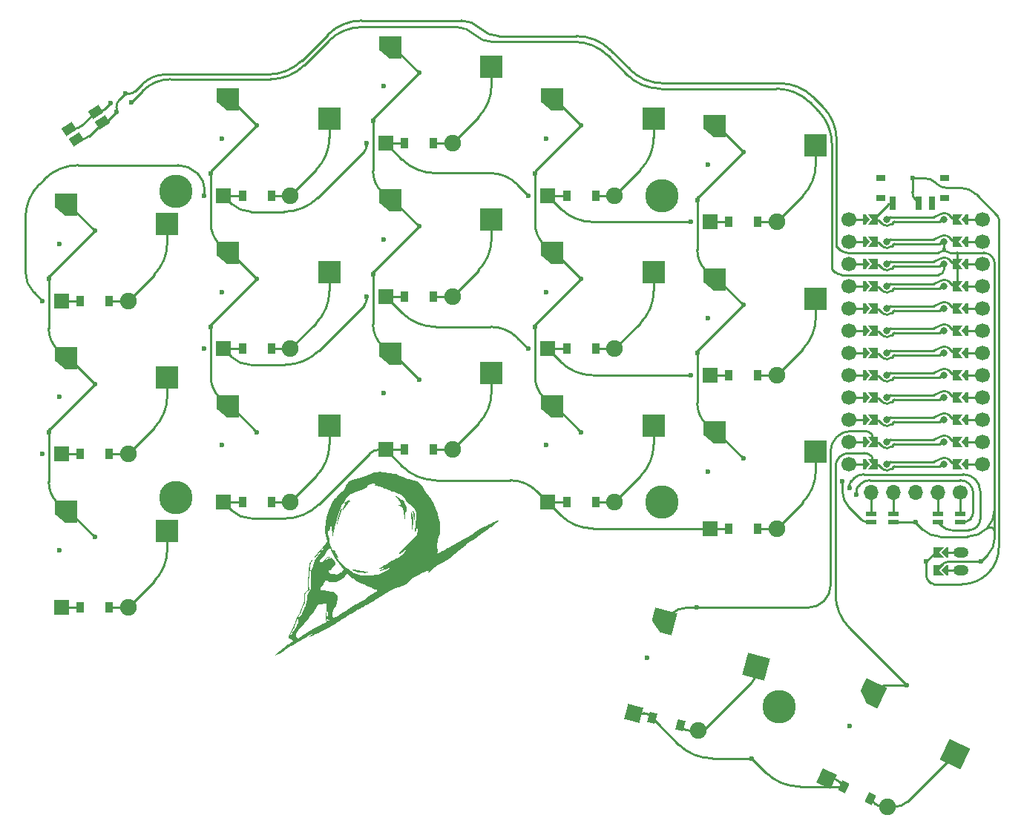
<source format=gbr>
%TF.GenerationSoftware,KiCad,Pcbnew,7.0.10*%
%TF.CreationDate,2024-01-16T00:43:54+02:00*%
%TF.ProjectId,snak_final,736e616b-5f66-4696-9e61-6c2e6b696361,0.1*%
%TF.SameCoordinates,Original*%
%TF.FileFunction,Copper,L2,Bot*%
%TF.FilePolarity,Positive*%
%FSLAX46Y46*%
G04 Gerber Fmt 4.6, Leading zero omitted, Abs format (unit mm)*
G04 Created by KiCad (PCBNEW 7.0.10) date 2024-01-16 00:43:54*
%MOMM*%
%LPD*%
G01*
G04 APERTURE LIST*
G04 Aperture macros list*
%AMRotRect*
0 Rectangle, with rotation*
0 The origin of the aperture is its center*
0 $1 length*
0 $2 width*
0 $3 Rotation angle, in degrees counterclockwise*
0 Add horizontal line*
21,1,$1,$2,0,0,$3*%
%AMFreePoly0*
4,1,6,1.300000,-1.300000,-0.050000,-1.300000,-1.300000,-0.250000,-1.300000,1.300000,1.300000,1.300000,1.300000,-1.300000,1.300000,-1.300000,$1*%
%AMFreePoly1*
4,1,6,0.250000,0.000000,-0.250000,-0.625000,-0.500000,-0.625000,-0.500000,0.625000,-0.250000,0.625000,0.250000,0.000000,0.250000,0.000000,$1*%
%AMFreePoly2*
4,1,6,0.500000,-0.625000,-0.650000,-0.625000,-0.150000,0.000000,-0.650000,0.625000,0.500000,0.625000,0.500000,-0.625000,0.500000,-0.625000,$1*%
%AMFreePoly3*
4,1,6,0.600000,-1.000000,0.000000,-0.400000,-0.600000,-1.000000,-0.600000,0.250000,0.600000,0.250000,0.600000,-1.000000,0.600000,-1.000000,$1*%
%AMFreePoly4*
4,1,6,0.600000,-0.200000,0.600000,-0.400000,-0.600000,-0.400000,-0.600000,-0.200000,0.000000,0.400000,0.600000,-0.200000,0.600000,-0.200000,$1*%
G04 Aperture macros list end*
%TA.AperFunction,ComponentPad*%
%ADD10C,0.600000*%
%TD*%
%TA.AperFunction,SMDPad,CuDef*%
%ADD11R,2.600000X2.600000*%
%TD*%
%TA.AperFunction,SMDPad,CuDef*%
%ADD12FreePoly0,0.000000*%
%TD*%
%TA.AperFunction,SMDPad,CuDef*%
%ADD13RotRect,2.600000X2.600000X345.000000*%
%TD*%
%TA.AperFunction,SMDPad,CuDef*%
%ADD14FreePoly0,345.000000*%
%TD*%
%TA.AperFunction,SMDPad,CuDef*%
%ADD15RotRect,2.600000X2.600000X335.000000*%
%TD*%
%TA.AperFunction,SMDPad,CuDef*%
%ADD16FreePoly0,335.000000*%
%TD*%
%TA.AperFunction,ComponentPad*%
%ADD17C,1.905000*%
%TD*%
%TA.AperFunction,ComponentPad*%
%ADD18R,1.778000X1.778000*%
%TD*%
%TA.AperFunction,SMDPad,CuDef*%
%ADD19R,0.900000X1.200000*%
%TD*%
%TA.AperFunction,ComponentPad*%
%ADD20RotRect,1.778000X1.778000X345.000000*%
%TD*%
%TA.AperFunction,SMDPad,CuDef*%
%ADD21RotRect,0.900000X1.200000X345.000000*%
%TD*%
%TA.AperFunction,ComponentPad*%
%ADD22RotRect,1.778000X1.778000X335.000000*%
%TD*%
%TA.AperFunction,SMDPad,CuDef*%
%ADD23RotRect,0.900000X1.200000X335.000000*%
%TD*%
%TA.AperFunction,SMDPad,CuDef*%
%ADD24FreePoly1,180.000000*%
%TD*%
%TA.AperFunction,SMDPad,CuDef*%
%ADD25FreePoly2,180.000000*%
%TD*%
%TA.AperFunction,SMDPad,CuDef*%
%ADD26FreePoly2,0.000000*%
%TD*%
%TA.AperFunction,SMDPad,CuDef*%
%ADD27FreePoly1,0.000000*%
%TD*%
%TA.AperFunction,ComponentPad*%
%ADD28C,0.800000*%
%TD*%
%TA.AperFunction,ComponentPad*%
%ADD29C,1.700000*%
%TD*%
%TA.AperFunction,ComponentPad*%
%ADD30O,1.700000X1.700000*%
%TD*%
%TA.AperFunction,SMDPad,CuDef*%
%ADD31R,1.200000X0.600000*%
%TD*%
%TA.AperFunction,SMDPad,CuDef*%
%ADD32R,1.000000X0.800000*%
%TD*%
%TA.AperFunction,SMDPad,CuDef*%
%ADD33R,0.700000X1.500000*%
%TD*%
%TA.AperFunction,SMDPad,CuDef*%
%ADD34FreePoly3,90.000000*%
%TD*%
%TA.AperFunction,SMDPad,CuDef*%
%ADD35FreePoly4,90.000000*%
%TD*%
%TA.AperFunction,ComponentPad*%
%ADD36O,1.750000X1.200000*%
%TD*%
%TA.AperFunction,SMDPad,CuDef*%
%ADD37RotRect,1.400000X1.050000X33.000000*%
%TD*%
%TA.AperFunction,ComponentPad*%
%ADD38C,3.800000*%
%TD*%
%TA.AperFunction,Conductor*%
%ADD39C,0.250000*%
%TD*%
G04 APERTURE END LIST*
%TA.AperFunction,EtchedComponent*%
%TO.C,G\u002A\u002A\u002A*%
G36*
X136380304Y-94025223D02*
G01*
X136444495Y-94139066D01*
X136462170Y-94180542D01*
X136505659Y-94335403D01*
X136534502Y-94527741D01*
X136547230Y-94726499D01*
X136542377Y-94900619D01*
X136518476Y-95019044D01*
X136502972Y-95044147D01*
X136473891Y-95020963D01*
X136439723Y-94908650D01*
X136403816Y-94719324D01*
X136392502Y-94644423D01*
X136360490Y-94428657D01*
X136330609Y-94240301D01*
X136307848Y-94110386D01*
X136302359Y-94083900D01*
X136294892Y-93988965D01*
X136325655Y-93972298D01*
X136380304Y-94025223D01*
G37*
%TD.AperFunction*%
%TA.AperFunction,EtchedComponent*%
G36*
X128230194Y-93697746D02*
G01*
X128198102Y-93857327D01*
X128131001Y-94108153D01*
X128049533Y-94382170D01*
X127924776Y-94781979D01*
X127822582Y-95094444D01*
X127743827Y-95317148D01*
X127689388Y-95447678D01*
X127660139Y-95483620D01*
X127655422Y-95468200D01*
X127663204Y-95345031D01*
X127695062Y-95150675D01*
X127744809Y-94910933D01*
X127806257Y-94651603D01*
X127873217Y-94398487D01*
X127939502Y-94177384D01*
X127998922Y-94014095D01*
X128010201Y-93989033D01*
X128117283Y-93775054D01*
X128189699Y-93655752D01*
X128227365Y-93630269D01*
X128230194Y-93697746D01*
G37*
%TD.AperFunction*%
%TA.AperFunction,EtchedComponent*%
G36*
X129751675Y-100718200D02*
G01*
X129972716Y-100752571D01*
X130191200Y-100794962D01*
X130451868Y-100848768D01*
X130703534Y-100898108D01*
X130913847Y-100936778D01*
X131029400Y-100955692D01*
X131170873Y-100980521D01*
X131221350Y-101003371D01*
X131191174Y-101029523D01*
X131181800Y-101033468D01*
X131044484Y-101061553D01*
X130836390Y-101071902D01*
X130586639Y-101065270D01*
X130324354Y-101042413D01*
X130082959Y-101004949D01*
X129872561Y-100953364D01*
X129671099Y-100888157D01*
X129549559Y-100836500D01*
X129431231Y-100772876D01*
X129395000Y-100738234D01*
X129432188Y-100715928D01*
X129480000Y-100703086D01*
X129579019Y-100700618D01*
X129751675Y-100718200D01*
G37*
%TD.AperFunction*%
%TA.AperFunction,EtchedComponent*%
G36*
X136142352Y-94153455D02*
G01*
X136188097Y-94252137D01*
X136241614Y-94401218D01*
X136294277Y-94576662D01*
X136337466Y-94754430D01*
X136337711Y-94755610D01*
X136366050Y-94949051D01*
X136371301Y-95165945D01*
X136353606Y-95438191D01*
X136341312Y-95558969D01*
X136308188Y-95815888D01*
X136274042Y-96000527D01*
X136241668Y-96107373D01*
X136213862Y-96130912D01*
X136193417Y-96065630D01*
X136183129Y-95906013D01*
X136182620Y-95872060D01*
X136178456Y-95705922D01*
X136169210Y-95468354D01*
X136156190Y-95189325D01*
X136140704Y-94898803D01*
X136138395Y-94858600D01*
X136124614Y-94601324D01*
X136115073Y-94382848D01*
X136110424Y-94221916D01*
X136111319Y-94137273D01*
X136112999Y-94129209D01*
X136142352Y-94153455D01*
G37*
%TD.AperFunction*%
%TA.AperFunction,EtchedComponent*%
G36*
X129046250Y-92763674D02*
G01*
X129031059Y-92860078D01*
X129060998Y-92882103D01*
X129093348Y-92872539D01*
X129162097Y-92869687D01*
X129175200Y-92892395D01*
X129132317Y-92942359D01*
X129027991Y-92994857D01*
X129017111Y-92998770D01*
X128902950Y-93061094D01*
X128887092Y-93127026D01*
X128875589Y-93214939D01*
X128833648Y-93267385D01*
X128764102Y-93340695D01*
X128658310Y-93469901D01*
X128538485Y-93627803D01*
X128531868Y-93636864D01*
X128427089Y-93775141D01*
X128349989Y-93866371D01*
X128314666Y-93894130D01*
X128313841Y-93890864D01*
X128339408Y-93741471D01*
X128394886Y-93558581D01*
X128464944Y-93385014D01*
X128534245Y-93263592D01*
X128541649Y-93254709D01*
X128602941Y-93165859D01*
X128583894Y-93121943D01*
X128578300Y-93119744D01*
X128518008Y-93071259D01*
X128548561Y-93014231D01*
X128629100Y-92976819D01*
X128736453Y-92920965D01*
X128868100Y-92822388D01*
X128912201Y-92782896D01*
X129081003Y-92623400D01*
X129046250Y-92763674D01*
G37*
%TD.AperFunction*%
%TA.AperFunction,EtchedComponent*%
G36*
X134438286Y-92308264D02*
G01*
X134565279Y-92379707D01*
X134698739Y-92467219D01*
X134788600Y-92535679D01*
X134918265Y-92658416D01*
X135027992Y-92786121D01*
X135034540Y-92795232D01*
X135128081Y-92928200D01*
X135094231Y-92777179D01*
X135074963Y-92675875D01*
X135093067Y-92660610D01*
X135160204Y-92716496D01*
X135245498Y-92824039D01*
X135347723Y-92995806D01*
X135451114Y-93199826D01*
X135539904Y-93404130D01*
X135598329Y-93576746D01*
X135609245Y-93627105D01*
X135614107Y-93795977D01*
X135588114Y-93969831D01*
X135588075Y-93969973D01*
X135540058Y-94147400D01*
X135479871Y-93931500D01*
X135441063Y-93801429D01*
X135413194Y-93724521D01*
X135407146Y-93715600D01*
X135403613Y-93762726D01*
X135404228Y-93889607D01*
X135408717Y-94074490D01*
X135413408Y-94210900D01*
X135416382Y-94439494D01*
X135408771Y-94641974D01*
X135392159Y-94788552D01*
X135380323Y-94833200D01*
X135350918Y-94892436D01*
X135334368Y-94880116D01*
X135326420Y-94784735D01*
X135323978Y-94680800D01*
X135312007Y-94468245D01*
X135279483Y-94242525D01*
X135221128Y-93972852D01*
X135164542Y-93750710D01*
X135114726Y-93619921D01*
X135030449Y-93533432D01*
X134887436Y-93460415D01*
X134733145Y-93386907D01*
X134671107Y-93339777D01*
X134702333Y-93321824D01*
X134827831Y-93335848D01*
X134843511Y-93338722D01*
X135025423Y-93372849D01*
X134898291Y-93121967D01*
X134796539Y-92947228D01*
X134659612Y-92744795D01*
X134538579Y-92585568D01*
X134424984Y-92442255D01*
X134342148Y-92330380D01*
X134306364Y-92272059D01*
X134306000Y-92269921D01*
X134343334Y-92266974D01*
X134438286Y-92308264D01*
G37*
%TD.AperFunction*%
%TA.AperFunction,EtchedComponent*%
G36*
X134438286Y-92308264D02*
G01*
X134565279Y-92379707D01*
X134698739Y-92467219D01*
X134788600Y-92535679D01*
X134918265Y-92658416D01*
X135027992Y-92786121D01*
X135034540Y-92795232D01*
X135128081Y-92928200D01*
X135094231Y-92777179D01*
X135074963Y-92675875D01*
X135093067Y-92660610D01*
X135160204Y-92716496D01*
X135245498Y-92824039D01*
X135347723Y-92995806D01*
X135451114Y-93199826D01*
X135539904Y-93404130D01*
X135598329Y-93576746D01*
X135609245Y-93627105D01*
X135614107Y-93795977D01*
X135588114Y-93969831D01*
X135588075Y-93969973D01*
X135540058Y-94147400D01*
X135479871Y-93931500D01*
X135441063Y-93801429D01*
X135413194Y-93724521D01*
X135407146Y-93715600D01*
X135403613Y-93762726D01*
X135404228Y-93889607D01*
X135408717Y-94074490D01*
X135413408Y-94210900D01*
X135416382Y-94439494D01*
X135408771Y-94641974D01*
X135392159Y-94788552D01*
X135380323Y-94833200D01*
X135350918Y-94892436D01*
X135334368Y-94880116D01*
X135326420Y-94784735D01*
X135323978Y-94680800D01*
X135312007Y-94468245D01*
X135279483Y-94242525D01*
X135221128Y-93972852D01*
X135164542Y-93750710D01*
X135114726Y-93619921D01*
X135030449Y-93533432D01*
X134887436Y-93460415D01*
X134733145Y-93386907D01*
X134671107Y-93339777D01*
X134702333Y-93321824D01*
X134827831Y-93335848D01*
X134843511Y-93338722D01*
X135025423Y-93372849D01*
X134898291Y-93121967D01*
X134796539Y-92947228D01*
X134659612Y-92744795D01*
X134538579Y-92585568D01*
X134424984Y-92442255D01*
X134342148Y-92330380D01*
X134306364Y-92272059D01*
X134306000Y-92269921D01*
X134343334Y-92266974D01*
X134438286Y-92308264D01*
G37*
%TD.AperFunction*%
%TA.AperFunction,EtchedComponent*%
G36*
X132987004Y-89586233D02*
G01*
X133200155Y-89617859D01*
X133476758Y-89662565D01*
X133780491Y-89707930D01*
X134053274Y-89745342D01*
X134096412Y-89750790D01*
X134414867Y-89806989D01*
X134692121Y-89898423D01*
X134877802Y-89984940D01*
X135202702Y-90143455D01*
X135472840Y-90256654D01*
X135718380Y-90334989D01*
X135969488Y-90388914D01*
X136103111Y-90409510D01*
X136534857Y-90512546D01*
X136901470Y-90693277D01*
X137204978Y-90953160D01*
X137447409Y-91293654D01*
X137514460Y-91424180D01*
X137629956Y-91635447D01*
X137770422Y-91846751D01*
X137884581Y-91988400D01*
X138137582Y-92297737D01*
X138393687Y-92674786D01*
X138633811Y-93088111D01*
X138838868Y-93506278D01*
X138911622Y-93680037D01*
X138998138Y-93904427D01*
X139068695Y-94096972D01*
X139115800Y-94236555D01*
X139132000Y-94300937D01*
X139147083Y-94375606D01*
X139187178Y-94519279D01*
X139244552Y-94704781D01*
X139263546Y-94763215D01*
X139336586Y-95022114D01*
X139385157Y-95292745D01*
X139415296Y-95612636D01*
X139423197Y-95755452D01*
X139432850Y-96007319D01*
X139432408Y-96214271D01*
X139418002Y-96400910D01*
X139385766Y-96591836D01*
X139331830Y-96811650D01*
X139252327Y-97084955D01*
X139174608Y-97336591D01*
X139104599Y-97566871D01*
X139063083Y-97730907D01*
X139046613Y-97858903D01*
X139051743Y-97981065D01*
X139075025Y-98127598D01*
X139080802Y-98158492D01*
X139108943Y-98373551D01*
X139115834Y-98581286D01*
X139106538Y-98694361D01*
X139070931Y-98905119D01*
X139241165Y-98817321D01*
X139398640Y-98730777D01*
X139571142Y-98628651D01*
X139603789Y-98608331D01*
X139730922Y-98541779D01*
X139826694Y-98515573D01*
X139849149Y-98519876D01*
X139913600Y-98508320D01*
X139977796Y-98444570D01*
X140065919Y-98357746D01*
X140206036Y-98257036D01*
X140291236Y-98206451D01*
X140910856Y-97870924D01*
X141535754Y-97538959D01*
X142126319Y-97231532D01*
X142307000Y-97139001D01*
X142598884Y-96982415D01*
X142862669Y-96826202D01*
X143075818Y-96684355D01*
X143203949Y-96582200D01*
X143449956Y-96382600D01*
X143602400Y-96382600D01*
X143627800Y-96408000D01*
X143653200Y-96382600D01*
X143627800Y-96357200D01*
X143602400Y-96382600D01*
X143449956Y-96382600D01*
X143547308Y-96303613D01*
X143934621Y-96057218D01*
X144320440Y-95871919D01*
X144321181Y-95871628D01*
X144515847Y-95787697D01*
X144749569Y-95676008D01*
X144973592Y-95559914D01*
X144985347Y-95553491D01*
X145263917Y-95407251D01*
X145516698Y-95286519D01*
X145735651Y-95193167D01*
X145912734Y-95129066D01*
X146039905Y-95096088D01*
X146109124Y-95096104D01*
X146112350Y-95130986D01*
X146041540Y-95202606D01*
X145888655Y-95312834D01*
X145815077Y-95360370D01*
X145638326Y-95477764D01*
X145496307Y-95582734D01*
X145410317Y-95659056D01*
X145395457Y-95680034D01*
X145336046Y-95745024D01*
X145218356Y-95825111D01*
X145158234Y-95857836D01*
X144999819Y-95953916D01*
X144819878Y-96085984D01*
X144716257Y-96173172D01*
X144487980Y-96366952D01*
X144208212Y-96581955D01*
X143866955Y-96825363D01*
X143454211Y-97104357D01*
X143073815Y-97352843D01*
X142837483Y-97509114D01*
X142635518Y-97649741D01*
X142481740Y-97764522D01*
X142389968Y-97843252D01*
X142370129Y-97872431D01*
X142338052Y-97931708D01*
X142243291Y-98001381D01*
X142226854Y-98010240D01*
X142128302Y-98075555D01*
X141976407Y-98193134D01*
X141792230Y-98346053D01*
X141604925Y-98510094D01*
X141076791Y-98950867D01*
X140476718Y-99391750D01*
X139832501Y-99813466D01*
X139175617Y-100194744D01*
X138821000Y-100406114D01*
X138519369Y-100623741D01*
X138358628Y-100765364D01*
X138200084Y-100911111D01*
X138088852Y-100993847D01*
X138031290Y-101011371D01*
X138033758Y-100961486D01*
X138092383Y-100857407D01*
X138145500Y-100758991D01*
X138128296Y-100731886D01*
X138039671Y-100775801D01*
X137967747Y-100824647D01*
X137848556Y-100893339D01*
X137672631Y-100976328D01*
X137490339Y-101050844D01*
X137296142Y-101130643D01*
X137050690Y-101241051D01*
X136792208Y-101364550D01*
X136649498Y-101436239D01*
X136386439Y-101579039D01*
X136189148Y-101707659D01*
X136028250Y-101843565D01*
X135887412Y-101993145D01*
X135698392Y-102196048D01*
X135523580Y-102342489D01*
X135332183Y-102450935D01*
X135093407Y-102539853D01*
X134869562Y-102603553D01*
X134627163Y-102680623D01*
X134346033Y-102795137D01*
X134019113Y-102950839D01*
X133639348Y-103151473D01*
X133199678Y-103400784D01*
X132693047Y-103702516D01*
X132112397Y-104060412D01*
X132049956Y-104099456D01*
X131736779Y-104294503D01*
X131441073Y-104476786D01*
X131177124Y-104637645D01*
X130959218Y-104768421D01*
X130801637Y-104860454D01*
X130729156Y-104900094D01*
X130538483Y-104999721D01*
X130285420Y-105137998D01*
X129994476Y-105300930D01*
X129690155Y-105474517D01*
X129396964Y-105644761D01*
X129139409Y-105797666D01*
X128941996Y-105919234D01*
X128917785Y-105934740D01*
X128724879Y-106055836D01*
X128535164Y-106169327D01*
X128388583Y-106251341D01*
X128384385Y-106253524D01*
X128263643Y-106325741D01*
X128087413Y-106443301D01*
X127880453Y-106589232D01*
X127690512Y-106729193D01*
X127396300Y-106933768D01*
X127037763Y-107155769D01*
X126645614Y-107376695D01*
X126420512Y-107494195D01*
X126122161Y-107642933D01*
X125807001Y-107796047D01*
X125488481Y-107947424D01*
X125180049Y-108090950D01*
X124895157Y-108220510D01*
X124647252Y-108329991D01*
X124449785Y-108413279D01*
X124316204Y-108464261D01*
X124259960Y-108476822D01*
X124259582Y-108476516D01*
X124293489Y-108445027D01*
X124400024Y-108371886D01*
X124564184Y-108266854D01*
X124770967Y-108139692D01*
X124854594Y-108089394D01*
X125073081Y-107956422D01*
X125254199Y-107841726D01*
X125383007Y-107755121D01*
X125444567Y-107706421D01*
X125447328Y-107699995D01*
X125423852Y-107695998D01*
X125372677Y-107712293D01*
X125285076Y-107753694D01*
X125152319Y-107825019D01*
X124965676Y-107931082D01*
X124716420Y-108076699D01*
X124395822Y-108266687D01*
X124096578Y-108445212D01*
X123777221Y-108634842D01*
X123455677Y-108823547D01*
X123152880Y-108999201D01*
X122889764Y-109149680D01*
X122687264Y-109262860D01*
X122647400Y-109284534D01*
X122402146Y-109424743D01*
X122119461Y-109598645D01*
X121843112Y-109778869D01*
X121707600Y-109872240D01*
X121434285Y-110058327D01*
X121176520Y-110220538D01*
X120946623Y-110352416D01*
X120756913Y-110447505D01*
X120619711Y-110499348D01*
X120547336Y-110501490D01*
X120539200Y-110484584D01*
X120577101Y-110436206D01*
X120678116Y-110344829D01*
X120823215Y-110227242D01*
X120882100Y-110182089D01*
X121086565Y-110022067D01*
X121322336Y-109829343D01*
X121545741Y-109639776D01*
X121593959Y-109597593D01*
X121806341Y-109424917D01*
X122044134Y-109253990D01*
X122264421Y-109115155D01*
X122317859Y-109085775D01*
X122484546Y-108992956D01*
X122609225Y-108913571D01*
X122670102Y-108861795D01*
X122672800Y-108854917D01*
X122632276Y-108786586D01*
X122535223Y-108704034D01*
X122418411Y-108633252D01*
X122318614Y-108600232D01*
X122312136Y-108600000D01*
X122208349Y-108559033D01*
X122152515Y-108450571D01*
X122147090Y-108353879D01*
X122212837Y-108353879D01*
X122233221Y-108396686D01*
X122235659Y-108396800D01*
X122274864Y-108356328D01*
X122335599Y-108256491D01*
X122348662Y-108231700D01*
X122406582Y-108133524D01*
X122977600Y-108133524D01*
X123000695Y-108271476D01*
X123058617Y-108408468D01*
X123134320Y-108517269D01*
X123210759Y-108570646D01*
X123248184Y-108565798D01*
X123319314Y-108518594D01*
X123443019Y-108432254D01*
X123561800Y-108347512D01*
X124202923Y-107913525D01*
X124901748Y-107489874D01*
X125615538Y-107102213D01*
X125745447Y-107036673D01*
X126033739Y-106892096D01*
X126240989Y-106784820D01*
X126377625Y-106707918D01*
X126454072Y-106654464D01*
X126480758Y-106617530D01*
X126468109Y-106590190D01*
X126442482Y-106573609D01*
X126383725Y-106531197D01*
X126349902Y-106465594D01*
X126334352Y-106351335D01*
X126330612Y-106172474D01*
X126416980Y-106172474D01*
X126424548Y-106359263D01*
X126451855Y-106481148D01*
X126475723Y-106512592D01*
X126578735Y-106535099D01*
X126695365Y-106514091D01*
X126761398Y-106467696D01*
X126738127Y-106422987D01*
X126652987Y-106370574D01*
X126563581Y-106313722D01*
X126541716Y-106232417D01*
X126553829Y-106149353D01*
X126580381Y-105979536D01*
X126604817Y-105756417D01*
X126626113Y-105500461D01*
X126643243Y-105232135D01*
X126655183Y-104971902D01*
X126660910Y-104740231D01*
X126659397Y-104557585D01*
X126649621Y-104444431D01*
X126640438Y-104419318D01*
X126610320Y-104418708D01*
X126592174Y-104496689D01*
X126584294Y-104662951D01*
X126583649Y-104741740D01*
X126571723Y-104989763D01*
X126541466Y-105254060D01*
X126506328Y-105445030D01*
X126458507Y-105693122D01*
X126428512Y-105943015D01*
X126416980Y-106172474D01*
X126330612Y-106172474D01*
X126330413Y-106162953D01*
X126330400Y-106145085D01*
X126341971Y-105906018D01*
X126372041Y-105657008D01*
X126406600Y-105483994D01*
X126439258Y-105319291D01*
X126463502Y-105122133D01*
X126478400Y-104916900D01*
X126483019Y-104727971D01*
X126476428Y-104579729D01*
X126457696Y-104496554D01*
X126444700Y-104486858D01*
X126379449Y-104503462D01*
X126250124Y-104544689D01*
X126127200Y-104586800D01*
X125931072Y-104643457D01*
X125736318Y-104680437D01*
X125644600Y-104688120D01*
X125545540Y-104692621D01*
X125475601Y-104714649D01*
X125417070Y-104772350D01*
X125352237Y-104883872D01*
X125263391Y-105067362D01*
X125252967Y-105089389D01*
X125131682Y-105315049D01*
X124989778Y-105533664D01*
X124854698Y-105703295D01*
X124843756Y-105714785D01*
X124698787Y-105873764D01*
X124530848Y-106072297D01*
X124376265Y-106267440D01*
X124376088Y-106267674D01*
X124244681Y-106434524D01*
X124068268Y-106649511D01*
X123869715Y-106885165D01*
X123671883Y-107114017D01*
X123667699Y-107118782D01*
X123431782Y-107389493D01*
X123255961Y-107597965D01*
X123131650Y-107756825D01*
X123050259Y-107878700D01*
X123003201Y-107976219D01*
X122981889Y-108062009D01*
X122977600Y-108133524D01*
X122406582Y-108133524D01*
X122412476Y-108123533D01*
X122520082Y-107957477D01*
X122655449Y-107757761D01*
X122777252Y-107584000D01*
X122961540Y-107311454D01*
X123088981Y-107086800D01*
X123173056Y-106884604D01*
X123204706Y-106777609D01*
X123243870Y-106599931D01*
X123263531Y-106455425D01*
X123260380Y-106380691D01*
X123265516Y-106266845D01*
X123339541Y-106115080D01*
X123469913Y-105948229D01*
X123533058Y-105884251D01*
X123653660Y-105728709D01*
X123749147Y-105533490D01*
X123763971Y-105488814D01*
X123830342Y-105308596D01*
X123911616Y-105143829D01*
X123942637Y-105095027D01*
X124096215Y-104805510D01*
X124199501Y-104449473D01*
X124245741Y-104052198D01*
X124247600Y-103953792D01*
X124251627Y-103735429D01*
X124269031Y-103583407D01*
X124307795Y-103462614D01*
X124375901Y-103337935D01*
X124394267Y-103308620D01*
X124486053Y-103152469D01*
X124546870Y-103031598D01*
X125720800Y-103031598D01*
X125736519Y-103076092D01*
X125798459Y-103094528D01*
X125928789Y-103090826D01*
X126012900Y-103083254D01*
X126312400Y-103083437D01*
X126527286Y-103134833D01*
X126719179Y-103184120D01*
X126937246Y-103212490D01*
X127012277Y-103215200D01*
X127179213Y-103223407D01*
X127293524Y-103261777D01*
X127403362Y-103350933D01*
X127457084Y-103405700D01*
X127611583Y-103578759D01*
X127699935Y-103720876D01*
X127733400Y-103866912D01*
X127723241Y-104051728D01*
X127704827Y-104172532D01*
X127657895Y-104417557D01*
X127601805Y-104615511D01*
X127522212Y-104803527D01*
X127404773Y-105018734D01*
X127328921Y-105145600D01*
X127173638Y-105450550D01*
X127102448Y-105713900D01*
X127116218Y-105931005D01*
X127163276Y-106033604D01*
X127246470Y-106125422D01*
X127322653Y-106161600D01*
X127398035Y-106138508D01*
X127538270Y-106076502D01*
X127719664Y-105986482D01*
X127829215Y-105928535D01*
X128067700Y-105791645D01*
X128342511Y-105621800D01*
X128608778Y-105447115D01*
X128716742Y-105372378D01*
X128949652Y-105214568D01*
X129233837Y-105032527D01*
X129531136Y-104850233D01*
X129771109Y-104709891D01*
X130015092Y-104571382D01*
X130248371Y-104438929D01*
X130445848Y-104326785D01*
X130582425Y-104249200D01*
X130591230Y-104244197D01*
X130771760Y-104128498D01*
X130951535Y-103993625D01*
X130997630Y-103954470D01*
X131117284Y-103858998D01*
X131296425Y-103728974D01*
X131508221Y-103583440D01*
X131673022Y-103475139D01*
X131925510Y-103311297D01*
X132097818Y-103192472D01*
X132195731Y-103109530D01*
X132225033Y-103053334D01*
X132191510Y-103014750D01*
X132100946Y-102984642D01*
X131998021Y-102961910D01*
X131754428Y-102883192D01*
X131507665Y-102757611D01*
X131450475Y-102720459D01*
X131273435Y-102618383D01*
X131041338Y-102511018D01*
X130797621Y-102417995D01*
X130739734Y-102399208D01*
X130407105Y-102281948D01*
X130123090Y-102154384D01*
X129905623Y-102025546D01*
X129782952Y-101917573D01*
X129703266Y-101845236D01*
X129569506Y-101745315D01*
X129450552Y-101665403D01*
X129270690Y-101539145D01*
X129095974Y-101398699D01*
X129012840Y-101322253D01*
X128837579Y-101146992D01*
X128561889Y-101471998D01*
X128323991Y-101715134D01*
X128065075Y-101897159D01*
X127756161Y-102035360D01*
X127474578Y-102120558D01*
X127127216Y-102165824D01*
X126802169Y-102112952D01*
X126555911Y-102000908D01*
X126367380Y-101889672D01*
X126247290Y-102002491D01*
X126158692Y-102128296D01*
X126127200Y-102250000D01*
X126088160Y-102386735D01*
X126003062Y-102501311D01*
X125888103Y-102639442D01*
X125789642Y-102808622D01*
X125729584Y-102967699D01*
X125720800Y-103031598D01*
X124546870Y-103031598D01*
X124556949Y-103011567D01*
X124578914Y-102955774D01*
X124627625Y-102849179D01*
X124669003Y-102800760D01*
X124688876Y-102738986D01*
X124693720Y-102586538D01*
X124683503Y-102340027D01*
X124661716Y-102038760D01*
X124638971Y-101743327D01*
X124627106Y-101522974D01*
X124627112Y-101351663D01*
X124639981Y-101203357D01*
X124666705Y-101052019D01*
X124705794Y-100881876D01*
X124757444Y-100681310D01*
X124805661Y-100517016D01*
X124842433Y-100415532D01*
X124851486Y-100399276D01*
X124890459Y-100313342D01*
X124923639Y-100186609D01*
X124990652Y-99970521D01*
X125113521Y-99704531D01*
X125122572Y-99688564D01*
X125686773Y-99688564D01*
X125692429Y-99790698D01*
X125787384Y-99845646D01*
X125827763Y-99852366D01*
X125910314Y-99845495D01*
X125998697Y-99795333D01*
X126108671Y-99691228D01*
X126249567Y-99691228D01*
X126288636Y-99696172D01*
X126392633Y-99627749D01*
X126480881Y-99555535D01*
X126641901Y-99449526D01*
X126791540Y-99405447D01*
X126801379Y-99405200D01*
X126896663Y-99390535D01*
X126914600Y-99354400D01*
X126829156Y-99301462D01*
X126697705Y-99309035D01*
X126546698Y-99366410D01*
X126402585Y-99462879D01*
X126291818Y-99587732D01*
X126277491Y-99612339D01*
X126249567Y-99691228D01*
X126108671Y-99691228D01*
X126112537Y-99687568D01*
X126223352Y-99563887D01*
X126432959Y-99354746D01*
X126622905Y-99241701D01*
X126804014Y-99223929D01*
X126987107Y-99300607D01*
X127183008Y-99470911D01*
X127200492Y-99489564D01*
X127367233Y-99702637D01*
X127441506Y-99891312D01*
X127424260Y-100071137D01*
X127316444Y-100257660D01*
X127252010Y-100333435D01*
X127130773Y-100475135D01*
X127031813Y-100606265D01*
X126993836Y-100666959D01*
X126920646Y-100753286D01*
X126816098Y-100756694D01*
X126811939Y-100755673D01*
X126698276Y-100750870D01*
X126660920Y-100807969D01*
X126701243Y-100920259D01*
X126760430Y-101007595D01*
X126850731Y-101112630D01*
X126939311Y-101164805D01*
X127067461Y-101182418D01*
X127158485Y-101183977D01*
X127324975Y-101193516D01*
X127456260Y-101216976D01*
X127498800Y-101234000D01*
X127555924Y-101269370D01*
X127601365Y-101274895D01*
X127666926Y-101242330D01*
X127784411Y-101163427D01*
X127792687Y-101157800D01*
X127918278Y-101080215D01*
X128013103Y-101035286D01*
X128034027Y-101030800D01*
X128099231Y-100996976D01*
X128201692Y-100911369D01*
X128254058Y-100859955D01*
X128419646Y-100689111D01*
X127881850Y-99990870D01*
X127573710Y-99568590D01*
X127310477Y-99162605D01*
X127101162Y-98788234D01*
X126954774Y-98460794D01*
X126917289Y-98351100D01*
X126876543Y-98262571D01*
X126845286Y-98236800D01*
X126777586Y-98275308D01*
X126674015Y-98375178D01*
X126554598Y-98512929D01*
X126439357Y-98665081D01*
X126348318Y-98808151D01*
X126332487Y-98838140D01*
X126239965Y-98986218D01*
X126102079Y-99165138D01*
X125948185Y-99336899D01*
X125943630Y-99341542D01*
X125770484Y-99538945D01*
X125686773Y-99688564D01*
X125122572Y-99688564D01*
X125278768Y-99413004D01*
X125472914Y-99120302D01*
X125622952Y-98922600D01*
X125789204Y-98708737D01*
X125942146Y-98497513D01*
X126071266Y-98305133D01*
X126166052Y-98147804D01*
X126215991Y-98041730D01*
X126217773Y-98005639D01*
X126181487Y-98036307D01*
X126095363Y-98134189D01*
X125970910Y-98285508D01*
X125819636Y-98476490D01*
X125757758Y-98556279D01*
X125577933Y-98782138D01*
X125398194Y-98995155D01*
X125237471Y-99173688D01*
X125114696Y-99296096D01*
X125097798Y-99310741D01*
X124952852Y-99458969D01*
X124805695Y-99651985D01*
X124715134Y-99799900D01*
X124628894Y-99974795D01*
X124579617Y-100122772D01*
X124557339Y-100286891D01*
X124552100Y-100504510D01*
X124543440Y-100741864D01*
X124520608Y-101029172D01*
X124487890Y-101316476D01*
X124474286Y-101411800D01*
X124423082Y-101923853D01*
X124430528Y-102437664D01*
X124464285Y-102955529D01*
X124305621Y-103114193D01*
X124167414Y-103258603D01*
X124077428Y-103379511D01*
X124025372Y-103505681D01*
X124000953Y-103665876D01*
X123993881Y-103888859D01*
X123993600Y-103986247D01*
X123990806Y-104224640D01*
X123979201Y-104388431D01*
X123953943Y-104504539D01*
X123910192Y-104599885D01*
X123872663Y-104658898D01*
X123802236Y-104793526D01*
X123724556Y-104989740D01*
X123654175Y-105209894D01*
X123641049Y-105258054D01*
X123493464Y-105679161D01*
X123329551Y-105969518D01*
X123209104Y-106175718D01*
X123077644Y-106456106D01*
X122946532Y-106785766D01*
X122906763Y-106896850D01*
X122766591Y-107269087D01*
X122634272Y-107555524D01*
X122502869Y-107770878D01*
X122481153Y-107800131D01*
X122380639Y-107949661D01*
X122296068Y-108107224D01*
X122236959Y-108249677D01*
X122212837Y-108353879D01*
X122147090Y-108353879D01*
X122143857Y-108296268D01*
X122181596Y-108117782D01*
X122264957Y-107936766D01*
X122339691Y-107832191D01*
X122507756Y-107590886D01*
X122661025Y-107279933D01*
X122806038Y-106885421D01*
X122848468Y-106750150D01*
X122994073Y-106360605D01*
X123173879Y-106024193D01*
X123202768Y-105980660D01*
X123370832Y-105687270D01*
X123516824Y-105340587D01*
X123558950Y-105214309D01*
X123632536Y-104993643D01*
X123708852Y-104792144D01*
X123775097Y-104642765D01*
X123795162Y-104606203D01*
X123847232Y-104494157D01*
X123877523Y-104350459D01*
X123890550Y-104147438D01*
X123892000Y-104012610D01*
X123899864Y-103727640D01*
X123929028Y-103517669D01*
X123987853Y-103356923D01*
X124084697Y-103219631D01*
X124180621Y-103122720D01*
X124362669Y-102954040D01*
X124337054Y-102464332D01*
X124333415Y-102108450D01*
X124353748Y-101728450D01*
X124380132Y-101490012D01*
X124412634Y-101210816D01*
X124437249Y-100904842D01*
X124449638Y-100628758D01*
X124450308Y-100573600D01*
X124467869Y-100268748D01*
X124525580Y-100006554D01*
X124634432Y-99763039D01*
X124805413Y-99514226D01*
X125049513Y-99236137D01*
X125076118Y-99208148D01*
X125263319Y-99005529D01*
X125452843Y-98789244D01*
X125614657Y-98593972D01*
X125672320Y-98519684D01*
X125818096Y-98334765D01*
X125999412Y-98117679D01*
X126181615Y-97909716D01*
X126216100Y-97871773D01*
X126355494Y-97713058D01*
X126463582Y-97577525D01*
X126524787Y-97485322D01*
X126532944Y-97461889D01*
X126518372Y-97382473D01*
X126481150Y-97239790D01*
X126438154Y-97093800D01*
X126362767Y-96761089D01*
X126317242Y-96369550D01*
X126310435Y-96165391D01*
X126621245Y-96165391D01*
X126623035Y-96409306D01*
X126637492Y-96605676D01*
X126638242Y-96611200D01*
X126684639Y-96895198D01*
X126746834Y-97205253D01*
X126819082Y-97518710D01*
X126895638Y-97812916D01*
X126970756Y-98065214D01*
X127038690Y-98252952D01*
X127072389Y-98323074D01*
X127171432Y-98479547D01*
X127244312Y-98564429D01*
X127283731Y-98572364D01*
X127282391Y-98497996D01*
X127276640Y-98472976D01*
X127256886Y-98365410D01*
X127275087Y-98350957D01*
X127331454Y-98429860D01*
X127426199Y-98602363D01*
X127479456Y-98706700D01*
X127591316Y-98918453D01*
X127710766Y-99127746D01*
X127813008Y-99291224D01*
X127818130Y-99298740D01*
X127896345Y-99424763D01*
X127906488Y-99475378D01*
X127848756Y-99450416D01*
X127740100Y-99364199D01*
X127668558Y-99314058D01*
X127660647Y-99341353D01*
X127716535Y-99446521D01*
X127836389Y-99630002D01*
X127849575Y-99649287D01*
X128166995Y-100043060D01*
X128525224Y-100364206D01*
X128746579Y-100511441D01*
X128941968Y-100633627D01*
X129151909Y-100777135D01*
X129249533Y-100848940D01*
X129583067Y-101074459D01*
X129914071Y-101232452D01*
X130153134Y-101310868D01*
X130353905Y-101346548D01*
X130629650Y-101367263D01*
X130954966Y-101373751D01*
X131304448Y-101366753D01*
X131652691Y-101347007D01*
X131974290Y-101315250D01*
X132243842Y-101272223D01*
X132350200Y-101246980D01*
X132557513Y-101183572D01*
X132751401Y-101114068D01*
X132882463Y-101057037D01*
X133026008Y-100976423D01*
X133194686Y-100872583D01*
X133368393Y-100759196D01*
X133527021Y-100649940D01*
X133650467Y-100558495D01*
X133718624Y-100498539D01*
X133725093Y-100483759D01*
X133671204Y-100490915D01*
X133540589Y-100527155D01*
X133351990Y-100586799D01*
X133124148Y-100664165D01*
X133088339Y-100676739D01*
X132803002Y-100773945D01*
X132600569Y-100835486D01*
X132483409Y-100861095D01*
X132453892Y-100850511D01*
X132514387Y-100803470D01*
X132657524Y-100724701D01*
X132790916Y-100649328D01*
X132887637Y-100582780D01*
X132934666Y-100537005D01*
X132918982Y-100523951D01*
X132853833Y-100544572D01*
X132740137Y-100575751D01*
X132584392Y-100602604D01*
X132553400Y-100606385D01*
X132350200Y-100629159D01*
X132553400Y-100518113D01*
X132717807Y-100418506D01*
X132870884Y-100310648D01*
X132900197Y-100287133D01*
X133006337Y-100208075D01*
X133082201Y-100168316D01*
X133089802Y-100167200D01*
X133152036Y-100142058D01*
X133275911Y-100075373D01*
X133437424Y-99980252D01*
X133479605Y-99954348D01*
X133662650Y-99846472D01*
X133904967Y-99711278D01*
X134174640Y-99566245D01*
X134433000Y-99432274D01*
X134683896Y-99303148D01*
X134865473Y-99201679D01*
X134999744Y-99111010D01*
X135108721Y-99014287D01*
X135214416Y-98894653D01*
X135332601Y-98743425D01*
X135459086Y-98573200D01*
X135558111Y-98431097D01*
X135615725Y-98337586D01*
X135624701Y-98314735D01*
X135593154Y-98323375D01*
X135507774Y-98390857D01*
X135385715Y-98503332D01*
X135360100Y-98528344D01*
X135221608Y-98650919D01*
X135068927Y-98764966D01*
X134922153Y-98858412D01*
X134801386Y-98919186D01*
X134726723Y-98935216D01*
X134712400Y-98917387D01*
X134749251Y-98835262D01*
X134856721Y-98690076D01*
X135030184Y-98487037D01*
X135265011Y-98231353D01*
X135556576Y-97928232D01*
X135881169Y-97601800D01*
X136121964Y-97360121D01*
X136341333Y-97134645D01*
X136527758Y-96937638D01*
X136669721Y-96781365D01*
X136755704Y-96678093D01*
X136773254Y-96651822D01*
X136808171Y-96542821D01*
X136832133Y-96386143D01*
X136844363Y-96210224D01*
X136844082Y-96043500D01*
X136830513Y-95914407D01*
X136802879Y-95851380D01*
X136795200Y-95849200D01*
X136751801Y-95891162D01*
X136743746Y-95938100D01*
X136721517Y-96031525D01*
X136665129Y-96176058D01*
X136616056Y-96281000D01*
X136545634Y-96418796D01*
X136511710Y-96471343D01*
X136506493Y-96444827D01*
X136520128Y-96357200D01*
X136559083Y-96092626D01*
X136597771Y-95753691D01*
X136633527Y-95367604D01*
X136663684Y-94961576D01*
X136674688Y-94780136D01*
X136684638Y-94438431D01*
X136665818Y-94173801D01*
X136610469Y-93963920D01*
X136510834Y-93786458D01*
X136359153Y-93619088D01*
X136232716Y-93508228D01*
X135940225Y-93253575D01*
X135714348Y-93025992D01*
X135533329Y-92802416D01*
X135445905Y-92674200D01*
X135333321Y-92509998D01*
X135219775Y-92375081D01*
X135090347Y-92260488D01*
X134930118Y-92157256D01*
X134724167Y-92056424D01*
X134457576Y-91949030D01*
X134115423Y-91826114D01*
X133925000Y-91760682D01*
X133667502Y-91668778D01*
X133413496Y-91570945D01*
X133197266Y-91480744D01*
X133084144Y-91428100D01*
X132773474Y-91290916D01*
X132471372Y-91192987D01*
X132203377Y-91141187D01*
X132012740Y-91139650D01*
X131878894Y-91145160D01*
X131820433Y-91124091D01*
X131846448Y-91087854D01*
X131943800Y-91053139D01*
X132047871Y-91010083D01*
X132062517Y-90962670D01*
X131999192Y-90918628D01*
X131869350Y-90885683D01*
X131684443Y-90871564D01*
X131674577Y-90871493D01*
X131438506Y-90915629D01*
X131224204Y-91053211D01*
X131085954Y-91203466D01*
X131007195Y-91291523D01*
X130909294Y-91371751D01*
X130778377Y-91451090D01*
X130600567Y-91536478D01*
X130361989Y-91634854D01*
X130048767Y-91753159D01*
X129821772Y-91835679D01*
X129497586Y-91961731D01*
X129237395Y-92089846D01*
X129021687Y-92236917D01*
X128830947Y-92419837D01*
X128645664Y-92655499D01*
X128446323Y-92960797D01*
X128362659Y-93098865D01*
X128168380Y-93439430D01*
X128011828Y-93754535D01*
X127882335Y-94071980D01*
X127769234Y-94419565D01*
X127661858Y-94825091D01*
X127601410Y-95082748D01*
X127536123Y-95354580D01*
X127466726Y-95617414D01*
X127401621Y-95840844D01*
X127350322Y-95991648D01*
X127271675Y-96276134D01*
X127242008Y-96618440D01*
X127241579Y-96651180D01*
X127234166Y-96843767D01*
X127217317Y-96936998D01*
X127193137Y-96932459D01*
X127163729Y-96831739D01*
X127131196Y-96636423D01*
X127121239Y-96560400D01*
X127091672Y-96361409D01*
X127049058Y-96119242D01*
X127007474Y-95909839D01*
X126966070Y-95644092D01*
X126947061Y-95367716D01*
X126949362Y-95211480D01*
X126955080Y-95023908D01*
X126941967Y-94935791D01*
X126919270Y-94935209D01*
X126900390Y-95001378D01*
X126881840Y-95150341D01*
X126865235Y-95363300D01*
X126852193Y-95621459D01*
X126847194Y-95773268D01*
X126837628Y-96043053D01*
X126825053Y-96272989D01*
X126810770Y-96445801D01*
X126796079Y-96544214D01*
X126787967Y-96560400D01*
X126768361Y-96513235D01*
X126745464Y-96385858D01*
X126722538Y-96199448D01*
X126707773Y-96039700D01*
X126665658Y-95519000D01*
X126632549Y-95925400D01*
X126621245Y-96165391D01*
X126310435Y-96165391D01*
X126303521Y-95958045D01*
X126323546Y-95565435D01*
X126351531Y-95360892D01*
X126484081Y-94723653D01*
X126645946Y-94129021D01*
X126832217Y-93590737D01*
X127037989Y-93122541D01*
X127258352Y-92738173D01*
X127319319Y-92651089D01*
X127427361Y-92523833D01*
X127591219Y-92354780D01*
X127788126Y-92166532D01*
X127983374Y-91991952D01*
X128199413Y-91801459D01*
X128353319Y-91652151D01*
X128463074Y-91522732D01*
X128546663Y-91391907D01*
X128622070Y-91238382D01*
X128624685Y-91232552D01*
X128743310Y-90992261D01*
X128868722Y-90803326D01*
X129017395Y-90654558D01*
X129205806Y-90534765D01*
X129450429Y-90432757D01*
X129767740Y-90337345D01*
X130045274Y-90267689D01*
X130636041Y-90110253D01*
X131125784Y-89944435D01*
X131514740Y-89770153D01*
X131613066Y-89715467D01*
X131857390Y-89618427D01*
X132178471Y-89563886D01*
X132560333Y-89552827D01*
X132987004Y-89586233D01*
G37*
%TD.AperFunction*%
%TA.AperFunction,EtchedComponent*%
G36*
X132987004Y-89586233D02*
G01*
X133200155Y-89617859D01*
X133476758Y-89662565D01*
X133780491Y-89707930D01*
X134053274Y-89745342D01*
X134096412Y-89750790D01*
X134414867Y-89806989D01*
X134692121Y-89898423D01*
X134877802Y-89984940D01*
X135202702Y-90143455D01*
X135472840Y-90256654D01*
X135718380Y-90334989D01*
X135969488Y-90388914D01*
X136103111Y-90409510D01*
X136534857Y-90512546D01*
X136901470Y-90693277D01*
X137204978Y-90953160D01*
X137447409Y-91293654D01*
X137514460Y-91424180D01*
X137629956Y-91635447D01*
X137770422Y-91846751D01*
X137884581Y-91988400D01*
X138137582Y-92297737D01*
X138393687Y-92674786D01*
X138633811Y-93088111D01*
X138838868Y-93506278D01*
X138911622Y-93680037D01*
X138998138Y-93904427D01*
X139068695Y-94096972D01*
X139115800Y-94236555D01*
X139132000Y-94300937D01*
X139147083Y-94375606D01*
X139187178Y-94519279D01*
X139244552Y-94704781D01*
X139263546Y-94763215D01*
X139336586Y-95022114D01*
X139385157Y-95292745D01*
X139415296Y-95612636D01*
X139423197Y-95755452D01*
X139432850Y-96007319D01*
X139432408Y-96214271D01*
X139418002Y-96400910D01*
X139385766Y-96591836D01*
X139331830Y-96811650D01*
X139252327Y-97084955D01*
X139174608Y-97336591D01*
X139104599Y-97566871D01*
X139063083Y-97730907D01*
X139046613Y-97858903D01*
X139051743Y-97981065D01*
X139075025Y-98127598D01*
X139080802Y-98158492D01*
X139108943Y-98373551D01*
X139115834Y-98581286D01*
X139106538Y-98694361D01*
X139070931Y-98905119D01*
X139241165Y-98817321D01*
X139398640Y-98730777D01*
X139571142Y-98628651D01*
X139603789Y-98608331D01*
X139730922Y-98541779D01*
X139826694Y-98515573D01*
X139849149Y-98519876D01*
X139913600Y-98508320D01*
X139977796Y-98444570D01*
X140065919Y-98357746D01*
X140206036Y-98257036D01*
X140291236Y-98206451D01*
X140910856Y-97870924D01*
X141535754Y-97538959D01*
X142126319Y-97231532D01*
X142307000Y-97139001D01*
X142598884Y-96982415D01*
X142862669Y-96826202D01*
X143075818Y-96684355D01*
X143203949Y-96582200D01*
X143449956Y-96382600D01*
X143602400Y-96382600D01*
X143627800Y-96408000D01*
X143653200Y-96382600D01*
X143627800Y-96357200D01*
X143602400Y-96382600D01*
X143449956Y-96382600D01*
X143547308Y-96303613D01*
X143934621Y-96057218D01*
X144320440Y-95871919D01*
X144321181Y-95871628D01*
X144515847Y-95787697D01*
X144749569Y-95676008D01*
X144973592Y-95559914D01*
X144985347Y-95553491D01*
X145263917Y-95407251D01*
X145516698Y-95286519D01*
X145735651Y-95193167D01*
X145912734Y-95129066D01*
X146039905Y-95096088D01*
X146109124Y-95096104D01*
X146112350Y-95130986D01*
X146041540Y-95202606D01*
X145888655Y-95312834D01*
X145815077Y-95360370D01*
X145638326Y-95477764D01*
X145496307Y-95582734D01*
X145410317Y-95659056D01*
X145395457Y-95680034D01*
X145336046Y-95745024D01*
X145218356Y-95825111D01*
X145158234Y-95857836D01*
X144999819Y-95953916D01*
X144819878Y-96085984D01*
X144716257Y-96173172D01*
X144487980Y-96366952D01*
X144208212Y-96581955D01*
X143866955Y-96825363D01*
X143454211Y-97104357D01*
X143073815Y-97352843D01*
X142837483Y-97509114D01*
X142635518Y-97649741D01*
X142481740Y-97764522D01*
X142389968Y-97843252D01*
X142370129Y-97872431D01*
X142338052Y-97931708D01*
X142243291Y-98001381D01*
X142226854Y-98010240D01*
X142128302Y-98075555D01*
X141976407Y-98193134D01*
X141792230Y-98346053D01*
X141604925Y-98510094D01*
X141076791Y-98950867D01*
X140476718Y-99391750D01*
X139832501Y-99813466D01*
X139175617Y-100194744D01*
X138821000Y-100406114D01*
X138519369Y-100623741D01*
X138358628Y-100765364D01*
X138200084Y-100911111D01*
X138088852Y-100993847D01*
X138031290Y-101011371D01*
X138033758Y-100961486D01*
X138092383Y-100857407D01*
X138145500Y-100758991D01*
X138128296Y-100731886D01*
X138039671Y-100775801D01*
X137967747Y-100824647D01*
X137848556Y-100893339D01*
X137672631Y-100976328D01*
X137490339Y-101050844D01*
X137296142Y-101130643D01*
X137050690Y-101241051D01*
X136792208Y-101364550D01*
X136649498Y-101436239D01*
X136386439Y-101579039D01*
X136189148Y-101707659D01*
X136028250Y-101843565D01*
X135887412Y-101993145D01*
X135698392Y-102196048D01*
X135523580Y-102342489D01*
X135332183Y-102450935D01*
X135093407Y-102539853D01*
X134869562Y-102603553D01*
X134627163Y-102680623D01*
X134346033Y-102795137D01*
X134019113Y-102950839D01*
X133639348Y-103151473D01*
X133199678Y-103400784D01*
X132693047Y-103702516D01*
X132112397Y-104060412D01*
X132049956Y-104099456D01*
X131736779Y-104294503D01*
X131441073Y-104476786D01*
X131177124Y-104637645D01*
X130959218Y-104768421D01*
X130801637Y-104860454D01*
X130729156Y-104900094D01*
X130538483Y-104999721D01*
X130285420Y-105137998D01*
X129994476Y-105300930D01*
X129690155Y-105474517D01*
X129396964Y-105644761D01*
X129139409Y-105797666D01*
X128941996Y-105919234D01*
X128917785Y-105934740D01*
X128724879Y-106055836D01*
X128535164Y-106169327D01*
X128388583Y-106251341D01*
X128384385Y-106253524D01*
X128263643Y-106325741D01*
X128087413Y-106443301D01*
X127880453Y-106589232D01*
X127690512Y-106729193D01*
X127396300Y-106933768D01*
X127037763Y-107155769D01*
X126645614Y-107376695D01*
X126420512Y-107494195D01*
X126122161Y-107642933D01*
X125807001Y-107796047D01*
X125488481Y-107947424D01*
X125180049Y-108090950D01*
X124895157Y-108220510D01*
X124647252Y-108329991D01*
X124449785Y-108413279D01*
X124316204Y-108464261D01*
X124259960Y-108476822D01*
X124259582Y-108476516D01*
X124293489Y-108445027D01*
X124400024Y-108371886D01*
X124564184Y-108266854D01*
X124770967Y-108139692D01*
X124854594Y-108089394D01*
X125073081Y-107956422D01*
X125254199Y-107841726D01*
X125383007Y-107755121D01*
X125444567Y-107706421D01*
X125447328Y-107699995D01*
X125423852Y-107695998D01*
X125372677Y-107712293D01*
X125285076Y-107753694D01*
X125152319Y-107825019D01*
X124965676Y-107931082D01*
X124716420Y-108076699D01*
X124395822Y-108266687D01*
X124096578Y-108445212D01*
X123777221Y-108634842D01*
X123455677Y-108823547D01*
X123152880Y-108999201D01*
X122889764Y-109149680D01*
X122687264Y-109262860D01*
X122647400Y-109284534D01*
X122402146Y-109424743D01*
X122119461Y-109598645D01*
X121843112Y-109778869D01*
X121707600Y-109872240D01*
X121434285Y-110058327D01*
X121176520Y-110220538D01*
X120946623Y-110352416D01*
X120756913Y-110447505D01*
X120619711Y-110499348D01*
X120547336Y-110501490D01*
X120539200Y-110484584D01*
X120577101Y-110436206D01*
X120678116Y-110344829D01*
X120823215Y-110227242D01*
X120882100Y-110182089D01*
X121086565Y-110022067D01*
X121322336Y-109829343D01*
X121545741Y-109639776D01*
X121593959Y-109597593D01*
X121806341Y-109424917D01*
X122044134Y-109253990D01*
X122264421Y-109115155D01*
X122317859Y-109085775D01*
X122484546Y-108992956D01*
X122609225Y-108913571D01*
X122670102Y-108861795D01*
X122672800Y-108854917D01*
X122632276Y-108786586D01*
X122535223Y-108704034D01*
X122418411Y-108633252D01*
X122318614Y-108600232D01*
X122312136Y-108600000D01*
X122208349Y-108559033D01*
X122152515Y-108450571D01*
X122147090Y-108353879D01*
X122212837Y-108353879D01*
X122233221Y-108396686D01*
X122235659Y-108396800D01*
X122274864Y-108356328D01*
X122335599Y-108256491D01*
X122348662Y-108231700D01*
X122406582Y-108133524D01*
X122977600Y-108133524D01*
X123000695Y-108271476D01*
X123058617Y-108408468D01*
X123134320Y-108517269D01*
X123210759Y-108570646D01*
X123248184Y-108565798D01*
X123319314Y-108518594D01*
X123443019Y-108432254D01*
X123561800Y-108347512D01*
X124202923Y-107913525D01*
X124901748Y-107489874D01*
X125615538Y-107102213D01*
X125745447Y-107036673D01*
X126033739Y-106892096D01*
X126240989Y-106784820D01*
X126377625Y-106707918D01*
X126454072Y-106654464D01*
X126480758Y-106617530D01*
X126468109Y-106590190D01*
X126442482Y-106573609D01*
X126383725Y-106531197D01*
X126349902Y-106465594D01*
X126334352Y-106351335D01*
X126330612Y-106172474D01*
X126416980Y-106172474D01*
X126424548Y-106359263D01*
X126451855Y-106481148D01*
X126475723Y-106512592D01*
X126578735Y-106535099D01*
X126695365Y-106514091D01*
X126761398Y-106467696D01*
X126738127Y-106422987D01*
X126652987Y-106370574D01*
X126563581Y-106313722D01*
X126541716Y-106232417D01*
X126553829Y-106149353D01*
X126580381Y-105979536D01*
X126604817Y-105756417D01*
X126626113Y-105500461D01*
X126643243Y-105232135D01*
X126655183Y-104971902D01*
X126660910Y-104740231D01*
X126659397Y-104557585D01*
X126649621Y-104444431D01*
X126640438Y-104419318D01*
X126610320Y-104418708D01*
X126592174Y-104496689D01*
X126584294Y-104662951D01*
X126583649Y-104741740D01*
X126571723Y-104989763D01*
X126541466Y-105254060D01*
X126506328Y-105445030D01*
X126458507Y-105693122D01*
X126428512Y-105943015D01*
X126416980Y-106172474D01*
X126330612Y-106172474D01*
X126330413Y-106162953D01*
X126330400Y-106145085D01*
X126341971Y-105906018D01*
X126372041Y-105657008D01*
X126406600Y-105483994D01*
X126439258Y-105319291D01*
X126463502Y-105122133D01*
X126478400Y-104916900D01*
X126483019Y-104727971D01*
X126476428Y-104579729D01*
X126457696Y-104496554D01*
X126444700Y-104486858D01*
X126379449Y-104503462D01*
X126250124Y-104544689D01*
X126127200Y-104586800D01*
X125931072Y-104643457D01*
X125736318Y-104680437D01*
X125644600Y-104688120D01*
X125545540Y-104692621D01*
X125475601Y-104714649D01*
X125417070Y-104772350D01*
X125352237Y-104883872D01*
X125263391Y-105067362D01*
X125252967Y-105089389D01*
X125131682Y-105315049D01*
X124989778Y-105533664D01*
X124854698Y-105703295D01*
X124843756Y-105714785D01*
X124698787Y-105873764D01*
X124530848Y-106072297D01*
X124376265Y-106267440D01*
X124376088Y-106267674D01*
X124244681Y-106434524D01*
X124068268Y-106649511D01*
X123869715Y-106885165D01*
X123671883Y-107114017D01*
X123667699Y-107118782D01*
X123431782Y-107389493D01*
X123255961Y-107597965D01*
X123131650Y-107756825D01*
X123050259Y-107878700D01*
X123003201Y-107976219D01*
X122981889Y-108062009D01*
X122977600Y-108133524D01*
X122406582Y-108133524D01*
X122412476Y-108123533D01*
X122520082Y-107957477D01*
X122655449Y-107757761D01*
X122777252Y-107584000D01*
X122961540Y-107311454D01*
X123088981Y-107086800D01*
X123173056Y-106884604D01*
X123204706Y-106777609D01*
X123243870Y-106599931D01*
X123263531Y-106455425D01*
X123260380Y-106380691D01*
X123265516Y-106266845D01*
X123339541Y-106115080D01*
X123469913Y-105948229D01*
X123533058Y-105884251D01*
X123653660Y-105728709D01*
X123749147Y-105533490D01*
X123763971Y-105488814D01*
X123830342Y-105308596D01*
X123911616Y-105143829D01*
X123942637Y-105095027D01*
X124096215Y-104805510D01*
X124199501Y-104449473D01*
X124245741Y-104052198D01*
X124247600Y-103953792D01*
X124251627Y-103735429D01*
X124269031Y-103583407D01*
X124307795Y-103462614D01*
X124375901Y-103337935D01*
X124394267Y-103308620D01*
X124486053Y-103152469D01*
X124546870Y-103031598D01*
X125720800Y-103031598D01*
X125736519Y-103076092D01*
X125798459Y-103094528D01*
X125928789Y-103090826D01*
X126012900Y-103083254D01*
X126312400Y-103083437D01*
X126527286Y-103134833D01*
X126719179Y-103184120D01*
X126937246Y-103212490D01*
X127012277Y-103215200D01*
X127179213Y-103223407D01*
X127293524Y-103261777D01*
X127403362Y-103350933D01*
X127457084Y-103405700D01*
X127611583Y-103578759D01*
X127699935Y-103720876D01*
X127733400Y-103866912D01*
X127723241Y-104051728D01*
X127704827Y-104172532D01*
X127657895Y-104417557D01*
X127601805Y-104615511D01*
X127522212Y-104803527D01*
X127404773Y-105018734D01*
X127328921Y-105145600D01*
X127173638Y-105450550D01*
X127102448Y-105713900D01*
X127116218Y-105931005D01*
X127163276Y-106033604D01*
X127246470Y-106125422D01*
X127322653Y-106161600D01*
X127398035Y-106138508D01*
X127538270Y-106076502D01*
X127719664Y-105986482D01*
X127829215Y-105928535D01*
X128067700Y-105791645D01*
X128342511Y-105621800D01*
X128608778Y-105447115D01*
X128716742Y-105372378D01*
X128949652Y-105214568D01*
X129233837Y-105032527D01*
X129531136Y-104850233D01*
X129771109Y-104709891D01*
X130015092Y-104571382D01*
X130248371Y-104438929D01*
X130445848Y-104326785D01*
X130582425Y-104249200D01*
X130591230Y-104244197D01*
X130771760Y-104128498D01*
X130951535Y-103993625D01*
X130997630Y-103954470D01*
X131117284Y-103858998D01*
X131296425Y-103728974D01*
X131508221Y-103583440D01*
X131673022Y-103475139D01*
X131925510Y-103311297D01*
X132097818Y-103192472D01*
X132195731Y-103109530D01*
X132225033Y-103053334D01*
X132191510Y-103014750D01*
X132100946Y-102984642D01*
X131998021Y-102961910D01*
X131754428Y-102883192D01*
X131507665Y-102757611D01*
X131450475Y-102720459D01*
X131273435Y-102618383D01*
X131041338Y-102511018D01*
X130797621Y-102417995D01*
X130739734Y-102399208D01*
X130407105Y-102281948D01*
X130123090Y-102154384D01*
X129905623Y-102025546D01*
X129782952Y-101917573D01*
X129703266Y-101845236D01*
X129569506Y-101745315D01*
X129450552Y-101665403D01*
X129270690Y-101539145D01*
X129095974Y-101398699D01*
X129012840Y-101322253D01*
X128837579Y-101146992D01*
X128561889Y-101471998D01*
X128323991Y-101715134D01*
X128065075Y-101897159D01*
X127756161Y-102035360D01*
X127474578Y-102120558D01*
X127127216Y-102165824D01*
X126802169Y-102112952D01*
X126555911Y-102000908D01*
X126367380Y-101889672D01*
X126247290Y-102002491D01*
X126158692Y-102128296D01*
X126127200Y-102250000D01*
X126088160Y-102386735D01*
X126003062Y-102501311D01*
X125888103Y-102639442D01*
X125789642Y-102808622D01*
X125729584Y-102967699D01*
X125720800Y-103031598D01*
X124546870Y-103031598D01*
X124556949Y-103011567D01*
X124578914Y-102955774D01*
X124627625Y-102849179D01*
X124669003Y-102800760D01*
X124688876Y-102738986D01*
X124693720Y-102586538D01*
X124683503Y-102340027D01*
X124661716Y-102038760D01*
X124638971Y-101743327D01*
X124627106Y-101522974D01*
X124627112Y-101351663D01*
X124639981Y-101203357D01*
X124666705Y-101052019D01*
X124705794Y-100881876D01*
X124757444Y-100681310D01*
X124805661Y-100517016D01*
X124842433Y-100415532D01*
X124851486Y-100399276D01*
X124890459Y-100313342D01*
X124923639Y-100186609D01*
X124990652Y-99970521D01*
X125113521Y-99704531D01*
X125122572Y-99688564D01*
X125686773Y-99688564D01*
X125692429Y-99790698D01*
X125787384Y-99845646D01*
X125827763Y-99852366D01*
X125910314Y-99845495D01*
X125998697Y-99795333D01*
X126108671Y-99691228D01*
X126249567Y-99691228D01*
X126288636Y-99696172D01*
X126392633Y-99627749D01*
X126480881Y-99555535D01*
X126641901Y-99449526D01*
X126791540Y-99405447D01*
X126801379Y-99405200D01*
X126896663Y-99390535D01*
X126914600Y-99354400D01*
X126829156Y-99301462D01*
X126697705Y-99309035D01*
X126546698Y-99366410D01*
X126402585Y-99462879D01*
X126291818Y-99587732D01*
X126277491Y-99612339D01*
X126249567Y-99691228D01*
X126108671Y-99691228D01*
X126112537Y-99687568D01*
X126223352Y-99563887D01*
X126432959Y-99354746D01*
X126622905Y-99241701D01*
X126804014Y-99223929D01*
X126987107Y-99300607D01*
X127183008Y-99470911D01*
X127200492Y-99489564D01*
X127367233Y-99702637D01*
X127441506Y-99891312D01*
X127424260Y-100071137D01*
X127316444Y-100257660D01*
X127252010Y-100333435D01*
X127130773Y-100475135D01*
X127031813Y-100606265D01*
X126993836Y-100666959D01*
X126920646Y-100753286D01*
X126816098Y-100756694D01*
X126811939Y-100755673D01*
X126698276Y-100750870D01*
X126660920Y-100807969D01*
X126701243Y-100920259D01*
X126760430Y-101007595D01*
X126850731Y-101112630D01*
X126939311Y-101164805D01*
X127067461Y-101182418D01*
X127158485Y-101183977D01*
X127324975Y-101193516D01*
X127456260Y-101216976D01*
X127498800Y-101234000D01*
X127555924Y-101269370D01*
X127601365Y-101274895D01*
X127666926Y-101242330D01*
X127784411Y-101163427D01*
X127792687Y-101157800D01*
X127918278Y-101080215D01*
X128013103Y-101035286D01*
X128034027Y-101030800D01*
X128099231Y-100996976D01*
X128201692Y-100911369D01*
X128254058Y-100859955D01*
X128419646Y-100689111D01*
X127881850Y-99990870D01*
X127573710Y-99568590D01*
X127310477Y-99162605D01*
X127101162Y-98788234D01*
X126954774Y-98460794D01*
X126917289Y-98351100D01*
X126876543Y-98262571D01*
X126845286Y-98236800D01*
X126777586Y-98275308D01*
X126674015Y-98375178D01*
X126554598Y-98512929D01*
X126439357Y-98665081D01*
X126348318Y-98808151D01*
X126332487Y-98838140D01*
X126239965Y-98986218D01*
X126102079Y-99165138D01*
X125948185Y-99336899D01*
X125943630Y-99341542D01*
X125770484Y-99538945D01*
X125686773Y-99688564D01*
X125122572Y-99688564D01*
X125278768Y-99413004D01*
X125472914Y-99120302D01*
X125622952Y-98922600D01*
X125789204Y-98708737D01*
X125942146Y-98497513D01*
X126071266Y-98305133D01*
X126166052Y-98147804D01*
X126215991Y-98041730D01*
X126217773Y-98005639D01*
X126181487Y-98036307D01*
X126095363Y-98134189D01*
X125970910Y-98285508D01*
X125819636Y-98476490D01*
X125757758Y-98556279D01*
X125577933Y-98782138D01*
X125398194Y-98995155D01*
X125237471Y-99173688D01*
X125114696Y-99296096D01*
X125097798Y-99310741D01*
X124952852Y-99458969D01*
X124805695Y-99651985D01*
X124715134Y-99799900D01*
X124628894Y-99974795D01*
X124579617Y-100122772D01*
X124557339Y-100286891D01*
X124552100Y-100504510D01*
X124543440Y-100741864D01*
X124520608Y-101029172D01*
X124487890Y-101316476D01*
X124474286Y-101411800D01*
X124423082Y-101923853D01*
X124430528Y-102437664D01*
X124464285Y-102955529D01*
X124305621Y-103114193D01*
X124167414Y-103258603D01*
X124077428Y-103379511D01*
X124025372Y-103505681D01*
X124000953Y-103665876D01*
X123993881Y-103888859D01*
X123993600Y-103986247D01*
X123990806Y-104224640D01*
X123979201Y-104388431D01*
X123953943Y-104504539D01*
X123910192Y-104599885D01*
X123872663Y-104658898D01*
X123802236Y-104793526D01*
X123724556Y-104989740D01*
X123654175Y-105209894D01*
X123641049Y-105258054D01*
X123493464Y-105679161D01*
X123329551Y-105969518D01*
X123209104Y-106175718D01*
X123077644Y-106456106D01*
X122946532Y-106785766D01*
X122906763Y-106896850D01*
X122766591Y-107269087D01*
X122634272Y-107555524D01*
X122502869Y-107770878D01*
X122481153Y-107800131D01*
X122380639Y-107949661D01*
X122296068Y-108107224D01*
X122236959Y-108249677D01*
X122212837Y-108353879D01*
X122147090Y-108353879D01*
X122143857Y-108296268D01*
X122181596Y-108117782D01*
X122264957Y-107936766D01*
X122339691Y-107832191D01*
X122507756Y-107590886D01*
X122661025Y-107279933D01*
X122806038Y-106885421D01*
X122848468Y-106750150D01*
X122994073Y-106360605D01*
X123173879Y-106024193D01*
X123202768Y-105980660D01*
X123370832Y-105687270D01*
X123516824Y-105340587D01*
X123558950Y-105214309D01*
X123632536Y-104993643D01*
X123708852Y-104792144D01*
X123775097Y-104642765D01*
X123795162Y-104606203D01*
X123847232Y-104494157D01*
X123877523Y-104350459D01*
X123890550Y-104147438D01*
X123892000Y-104012610D01*
X123899864Y-103727640D01*
X123929028Y-103517669D01*
X123987853Y-103356923D01*
X124084697Y-103219631D01*
X124180621Y-103122720D01*
X124362669Y-102954040D01*
X124337054Y-102464332D01*
X124333415Y-102108450D01*
X124353748Y-101728450D01*
X124380132Y-101490012D01*
X124412634Y-101210816D01*
X124437249Y-100904842D01*
X124449638Y-100628758D01*
X124450308Y-100573600D01*
X124467869Y-100268748D01*
X124525580Y-100006554D01*
X124634432Y-99763039D01*
X124805413Y-99514226D01*
X125049513Y-99236137D01*
X125076118Y-99208148D01*
X125263319Y-99005529D01*
X125452843Y-98789244D01*
X125614657Y-98593972D01*
X125672320Y-98519684D01*
X125818096Y-98334765D01*
X125999412Y-98117679D01*
X126181615Y-97909716D01*
X126216100Y-97871773D01*
X126355494Y-97713058D01*
X126463582Y-97577525D01*
X126524787Y-97485322D01*
X126532944Y-97461889D01*
X126518372Y-97382473D01*
X126481150Y-97239790D01*
X126438154Y-97093800D01*
X126362767Y-96761089D01*
X126317242Y-96369550D01*
X126310435Y-96165391D01*
X126621245Y-96165391D01*
X126623035Y-96409306D01*
X126637492Y-96605676D01*
X126638242Y-96611200D01*
X126684639Y-96895198D01*
X126746834Y-97205253D01*
X126819082Y-97518710D01*
X126895638Y-97812916D01*
X126970756Y-98065214D01*
X127038690Y-98252952D01*
X127072389Y-98323074D01*
X127171432Y-98479547D01*
X127244312Y-98564429D01*
X127283731Y-98572364D01*
X127282391Y-98497996D01*
X127276640Y-98472976D01*
X127256886Y-98365410D01*
X127275087Y-98350957D01*
X127331454Y-98429860D01*
X127426199Y-98602363D01*
X127479456Y-98706700D01*
X127591316Y-98918453D01*
X127710766Y-99127746D01*
X127813008Y-99291224D01*
X127818130Y-99298740D01*
X127896345Y-99424763D01*
X127906488Y-99475378D01*
X127848756Y-99450416D01*
X127740100Y-99364199D01*
X127668558Y-99314058D01*
X127660647Y-99341353D01*
X127716535Y-99446521D01*
X127836389Y-99630002D01*
X127849575Y-99649287D01*
X128166995Y-100043060D01*
X128525224Y-100364206D01*
X128746579Y-100511441D01*
X128941968Y-100633627D01*
X129151909Y-100777135D01*
X129249533Y-100848940D01*
X129583067Y-101074459D01*
X129914071Y-101232452D01*
X130153134Y-101310868D01*
X130353905Y-101346548D01*
X130629650Y-101367263D01*
X130954966Y-101373751D01*
X131304448Y-101366753D01*
X131652691Y-101347007D01*
X131974290Y-101315250D01*
X132243842Y-101272223D01*
X132350200Y-101246980D01*
X132557513Y-101183572D01*
X132751401Y-101114068D01*
X132882463Y-101057037D01*
X133026008Y-100976423D01*
X133194686Y-100872583D01*
X133368393Y-100759196D01*
X133527021Y-100649940D01*
X133650467Y-100558495D01*
X133718624Y-100498539D01*
X133725093Y-100483759D01*
X133671204Y-100490915D01*
X133540589Y-100527155D01*
X133351990Y-100586799D01*
X133124148Y-100664165D01*
X133088339Y-100676739D01*
X132803002Y-100773945D01*
X132600569Y-100835486D01*
X132483409Y-100861095D01*
X132453892Y-100850511D01*
X132514387Y-100803470D01*
X132657524Y-100724701D01*
X132790916Y-100649328D01*
X132887637Y-100582780D01*
X132934666Y-100537005D01*
X132918982Y-100523951D01*
X132853833Y-100544572D01*
X132740137Y-100575751D01*
X132584392Y-100602604D01*
X132553400Y-100606385D01*
X132350200Y-100629159D01*
X132553400Y-100518113D01*
X132717807Y-100418506D01*
X132870884Y-100310648D01*
X132900197Y-100287133D01*
X133006337Y-100208075D01*
X133082201Y-100168316D01*
X133089802Y-100167200D01*
X133152036Y-100142058D01*
X133275911Y-100075373D01*
X133437424Y-99980252D01*
X133479605Y-99954348D01*
X133662650Y-99846472D01*
X133904967Y-99711278D01*
X134174640Y-99566245D01*
X134433000Y-99432274D01*
X134683896Y-99303148D01*
X134865473Y-99201679D01*
X134999744Y-99111010D01*
X135108721Y-99014287D01*
X135214416Y-98894653D01*
X135332601Y-98743425D01*
X135459086Y-98573200D01*
X135558111Y-98431097D01*
X135615725Y-98337586D01*
X135624701Y-98314735D01*
X135593154Y-98323375D01*
X135507774Y-98390857D01*
X135385715Y-98503332D01*
X135360100Y-98528344D01*
X135221608Y-98650919D01*
X135068927Y-98764966D01*
X134922153Y-98858412D01*
X134801386Y-98919186D01*
X134726723Y-98935216D01*
X134712400Y-98917387D01*
X134749251Y-98835262D01*
X134856721Y-98690076D01*
X135030184Y-98487037D01*
X135265011Y-98231353D01*
X135556576Y-97928232D01*
X135881169Y-97601800D01*
X136121964Y-97360121D01*
X136341333Y-97134645D01*
X136527758Y-96937638D01*
X136669721Y-96781365D01*
X136755704Y-96678093D01*
X136773254Y-96651822D01*
X136808171Y-96542821D01*
X136832133Y-96386143D01*
X136844363Y-96210224D01*
X136844082Y-96043500D01*
X136830513Y-95914407D01*
X136802879Y-95851380D01*
X136795200Y-95849200D01*
X136751801Y-95891162D01*
X136743746Y-95938100D01*
X136721517Y-96031525D01*
X136665129Y-96176058D01*
X136616056Y-96281000D01*
X136545634Y-96418796D01*
X136511710Y-96471343D01*
X136506493Y-96444827D01*
X136520128Y-96357200D01*
X136559083Y-96092626D01*
X136597771Y-95753691D01*
X136633527Y-95367604D01*
X136663684Y-94961576D01*
X136674688Y-94780136D01*
X136684638Y-94438431D01*
X136665818Y-94173801D01*
X136610469Y-93963920D01*
X136510834Y-93786458D01*
X136359153Y-93619088D01*
X136232716Y-93508228D01*
X135940225Y-93253575D01*
X135714348Y-93025992D01*
X135533329Y-92802416D01*
X135445905Y-92674200D01*
X135333321Y-92509998D01*
X135219775Y-92375081D01*
X135090347Y-92260488D01*
X134930118Y-92157256D01*
X134724167Y-92056424D01*
X134457576Y-91949030D01*
X134115423Y-91826114D01*
X133925000Y-91760682D01*
X133667502Y-91668778D01*
X133413496Y-91570945D01*
X133197266Y-91480744D01*
X133084144Y-91428100D01*
X132773474Y-91290916D01*
X132471372Y-91192987D01*
X132203377Y-91141187D01*
X132012740Y-91139650D01*
X131878894Y-91145160D01*
X131820433Y-91124091D01*
X131846448Y-91087854D01*
X131943800Y-91053139D01*
X132047871Y-91010083D01*
X132062517Y-90962670D01*
X131999192Y-90918628D01*
X131869350Y-90885683D01*
X131684443Y-90871564D01*
X131674577Y-90871493D01*
X131438506Y-90915629D01*
X131224204Y-91053211D01*
X131085954Y-91203466D01*
X131007195Y-91291523D01*
X130909294Y-91371751D01*
X130778377Y-91451090D01*
X130600567Y-91536478D01*
X130361989Y-91634854D01*
X130048767Y-91753159D01*
X129821772Y-91835679D01*
X129497586Y-91961731D01*
X129237395Y-92089846D01*
X129021687Y-92236917D01*
X128830947Y-92419837D01*
X128645664Y-92655499D01*
X128446323Y-92960797D01*
X128362659Y-93098865D01*
X128168380Y-93439430D01*
X128011828Y-93754535D01*
X127882335Y-94071980D01*
X127769234Y-94419565D01*
X127661858Y-94825091D01*
X127601410Y-95082748D01*
X127536123Y-95354580D01*
X127466726Y-95617414D01*
X127401621Y-95840844D01*
X127350322Y-95991648D01*
X127271675Y-96276134D01*
X127242008Y-96618440D01*
X127241579Y-96651180D01*
X127234166Y-96843767D01*
X127217317Y-96936998D01*
X127193137Y-96932459D01*
X127163729Y-96831739D01*
X127131196Y-96636423D01*
X127121239Y-96560400D01*
X127091672Y-96361409D01*
X127049058Y-96119242D01*
X127007474Y-95909839D01*
X126966070Y-95644092D01*
X126947061Y-95367716D01*
X126949362Y-95211480D01*
X126955080Y-95023908D01*
X126941967Y-94935791D01*
X126919270Y-94935209D01*
X126900390Y-95001378D01*
X126881840Y-95150341D01*
X126865235Y-95363300D01*
X126852193Y-95621459D01*
X126847194Y-95773268D01*
X126837628Y-96043053D01*
X126825053Y-96272989D01*
X126810770Y-96445801D01*
X126796079Y-96544214D01*
X126787967Y-96560400D01*
X126768361Y-96513235D01*
X126745464Y-96385858D01*
X126722538Y-96199448D01*
X126707773Y-96039700D01*
X126665658Y-95519000D01*
X126632549Y-95925400D01*
X126621245Y-96165391D01*
X126310435Y-96165391D01*
X126303521Y-95958045D01*
X126323546Y-95565435D01*
X126351531Y-95360892D01*
X126484081Y-94723653D01*
X126645946Y-94129021D01*
X126832217Y-93590737D01*
X127037989Y-93122541D01*
X127258352Y-92738173D01*
X127319319Y-92651089D01*
X127427361Y-92523833D01*
X127591219Y-92354780D01*
X127788126Y-92166532D01*
X127983374Y-91991952D01*
X128199413Y-91801459D01*
X128353319Y-91652151D01*
X128463074Y-91522732D01*
X128546663Y-91391907D01*
X128622070Y-91238382D01*
X128624685Y-91232552D01*
X128743310Y-90992261D01*
X128868722Y-90803326D01*
X129017395Y-90654558D01*
X129205806Y-90534765D01*
X129450429Y-90432757D01*
X129767740Y-90337345D01*
X130045274Y-90267689D01*
X130636041Y-90110253D01*
X131125784Y-89944435D01*
X131514740Y-89770153D01*
X131613066Y-89715467D01*
X131857390Y-89618427D01*
X132178471Y-89563886D01*
X132560333Y-89552827D01*
X132987004Y-89586233D01*
G37*
%TD.AperFunction*%
%TD*%
D10*
%TO.P,REF\u002A\u002A,1*%
%TO.N,R1*%
X94000000Y-70000000D03*
%TD*%
%TO.P,REF\u002A\u002A,1*%
%TO.N,R2*%
X94000000Y-87500000D03*
%TD*%
D11*
%TO.P,S1,2*%
%TO.N,pinky_bot*%
X108275000Y-96250000D03*
D12*
%TO.P,S1,1*%
%TO.N,C1*%
X96725000Y-94050000D03*
%TD*%
D11*
%TO.P,S2,2*%
%TO.N,pinky_mid*%
X108275000Y-78750000D03*
D12*
%TO.P,S2,1*%
%TO.N,C1*%
X96725000Y-76550000D03*
%TD*%
D11*
%TO.P,S3,2*%
%TO.N,pinky_top*%
X108275000Y-61250000D03*
D12*
%TO.P,S3,1*%
%TO.N,C1*%
X96725000Y-59050000D03*
%TD*%
D11*
%TO.P,S4,2*%
%TO.N,ring_bot*%
X126775000Y-84250000D03*
D12*
%TO.P,S4,1*%
%TO.N,C2*%
X115225000Y-82050000D03*
%TD*%
D11*
%TO.P,S5,2*%
%TO.N,ring_mid*%
X126775000Y-66750000D03*
D12*
%TO.P,S5,1*%
%TO.N,C2*%
X115225000Y-64550000D03*
%TD*%
D11*
%TO.P,S6,2*%
%TO.N,ring_top*%
X126775000Y-49250000D03*
D12*
%TO.P,S6,1*%
%TO.N,C2*%
X115225000Y-47050000D03*
%TD*%
D11*
%TO.P,S7,2*%
%TO.N,middle_bot*%
X145275000Y-78250000D03*
D12*
%TO.P,S7,1*%
%TO.N,C3*%
X133725000Y-76050000D03*
%TD*%
D11*
%TO.P,S8,2*%
%TO.N,middle_mid*%
X145275000Y-60750000D03*
D12*
%TO.P,S8,1*%
%TO.N,C3*%
X133725000Y-58550000D03*
%TD*%
D11*
%TO.P,S9,2*%
%TO.N,middle_top*%
X145275000Y-43250000D03*
D12*
%TO.P,S9,1*%
%TO.N,C3*%
X133725000Y-41050000D03*
%TD*%
D11*
%TO.P,S10,2*%
%TO.N,index_bot*%
X163775000Y-84250000D03*
D12*
%TO.P,S10,1*%
%TO.N,C4*%
X152225000Y-82050000D03*
%TD*%
D11*
%TO.P,S11,2*%
%TO.N,index_mid*%
X163775000Y-66750000D03*
D12*
%TO.P,S11,1*%
%TO.N,C4*%
X152225000Y-64550000D03*
%TD*%
D11*
%TO.P,S12,2*%
%TO.N,index_top*%
X163775000Y-49250000D03*
D12*
%TO.P,S12,1*%
%TO.N,C4*%
X152225000Y-47050000D03*
%TD*%
D11*
%TO.P,S13,2*%
%TO.N,inner_bot*%
X182275000Y-87250000D03*
D12*
%TO.P,S13,1*%
%TO.N,C5*%
X170725000Y-85050000D03*
%TD*%
D11*
%TO.P,S14,2*%
%TO.N,inner_mid*%
X182275000Y-69750000D03*
D12*
%TO.P,S14,1*%
%TO.N,C5*%
X170725000Y-67550000D03*
%TD*%
D11*
%TO.P,S15,2*%
%TO.N,inner_top*%
X182275000Y-52250000D03*
D12*
%TO.P,S15,1*%
%TO.N,C5*%
X170725000Y-50050000D03*
%TD*%
D13*
%TO.P,S16,2*%
%TO.N,out_home*%
X175463608Y-111769506D03*
D14*
%TO.P,S16,1*%
%TO.N,T1*%
X164876566Y-106655109D03*
%TD*%
D15*
%TO.P,S17,2*%
%TO.N,in_home*%
X198184392Y-121733502D03*
D16*
%TO.P,S17,1*%
%TO.N,T2*%
X188646298Y-114858384D03*
%TD*%
D17*
%TO.P,D1,2*%
%TO.N,pinky_bot*%
X103810000Y-105000000D03*
D18*
%TO.P,D1,1*%
%TO.N,R3*%
X96190000Y-105000000D03*
D19*
X98350000Y-105000000D03*
%TO.P,D1,2*%
%TO.N,pinky_bot*%
X101650000Y-105000000D03*
%TD*%
D17*
%TO.P,D2,2*%
%TO.N,pinky_mid*%
X103810000Y-87500000D03*
D18*
%TO.P,D2,1*%
%TO.N,R2*%
X96190000Y-87500000D03*
D19*
X98350000Y-87500000D03*
%TO.P,D2,2*%
%TO.N,pinky_mid*%
X101650000Y-87500000D03*
%TD*%
D17*
%TO.P,D3,2*%
%TO.N,pinky_top*%
X103810000Y-70000000D03*
D18*
%TO.P,D3,1*%
%TO.N,R1*%
X96190000Y-70000000D03*
D19*
X98350000Y-70000000D03*
%TO.P,D3,2*%
%TO.N,pinky_top*%
X101650000Y-70000000D03*
%TD*%
D17*
%TO.P,D4,2*%
%TO.N,ring_bot*%
X122310000Y-93000000D03*
D18*
%TO.P,D4,1*%
%TO.N,R3*%
X114690000Y-93000000D03*
D19*
X116850000Y-93000000D03*
%TO.P,D4,2*%
%TO.N,ring_bot*%
X120150000Y-93000000D03*
%TD*%
D17*
%TO.P,D5,2*%
%TO.N,ring_mid*%
X122310000Y-75500000D03*
D18*
%TO.P,D5,1*%
%TO.N,R2*%
X114690000Y-75500000D03*
D19*
X116850000Y-75500000D03*
%TO.P,D5,2*%
%TO.N,ring_mid*%
X120150000Y-75500000D03*
%TD*%
D17*
%TO.P,D6,2*%
%TO.N,ring_top*%
X122310000Y-58000000D03*
D18*
%TO.P,D6,1*%
%TO.N,R1*%
X114690000Y-58000000D03*
D19*
X116850000Y-58000000D03*
%TO.P,D6,2*%
%TO.N,ring_top*%
X120150000Y-58000000D03*
%TD*%
D17*
%TO.P,D7,2*%
%TO.N,middle_bot*%
X140810000Y-87000000D03*
D18*
%TO.P,D7,1*%
%TO.N,R3*%
X133190000Y-87000000D03*
D19*
X135350000Y-87000000D03*
%TO.P,D7,2*%
%TO.N,middle_bot*%
X138650000Y-87000000D03*
%TD*%
D17*
%TO.P,D8,2*%
%TO.N,middle_mid*%
X140810000Y-69500000D03*
D18*
%TO.P,D8,1*%
%TO.N,R2*%
X133190000Y-69500000D03*
D19*
X135350000Y-69500000D03*
%TO.P,D8,2*%
%TO.N,middle_mid*%
X138650000Y-69500000D03*
%TD*%
D17*
%TO.P,D9,2*%
%TO.N,middle_top*%
X140810000Y-52000000D03*
D18*
%TO.P,D9,1*%
%TO.N,R1*%
X133190000Y-52000000D03*
D19*
X135350000Y-52000000D03*
%TO.P,D9,2*%
%TO.N,middle_top*%
X138650000Y-52000000D03*
%TD*%
D17*
%TO.P,D10,2*%
%TO.N,index_bot*%
X159310000Y-93000000D03*
D18*
%TO.P,D10,1*%
%TO.N,R3*%
X151690000Y-93000000D03*
D19*
X153850000Y-93000000D03*
%TO.P,D10,2*%
%TO.N,index_bot*%
X157150000Y-93000000D03*
%TD*%
D17*
%TO.P,D11,2*%
%TO.N,index_mid*%
X159310000Y-75500000D03*
D18*
%TO.P,D11,1*%
%TO.N,R2*%
X151690000Y-75500000D03*
D19*
X153850000Y-75500000D03*
%TO.P,D11,2*%
%TO.N,index_mid*%
X157150000Y-75500000D03*
%TD*%
D17*
%TO.P,D12,2*%
%TO.N,index_top*%
X159310000Y-58000000D03*
D18*
%TO.P,D12,1*%
%TO.N,R1*%
X151690000Y-58000000D03*
D19*
X153850000Y-58000000D03*
%TO.P,D12,2*%
%TO.N,index_top*%
X157150000Y-58000000D03*
%TD*%
D17*
%TO.P,D13,2*%
%TO.N,inner_bot*%
X177810000Y-96000000D03*
D18*
%TO.P,D13,1*%
%TO.N,R3*%
X170190000Y-96000000D03*
D19*
X172350000Y-96000000D03*
%TO.P,D13,2*%
%TO.N,inner_bot*%
X175650000Y-96000000D03*
%TD*%
D17*
%TO.P,D14,2*%
%TO.N,inner_mid*%
X177810000Y-78500000D03*
D18*
%TO.P,D14,1*%
%TO.N,R2*%
X170190000Y-78500000D03*
D19*
X172350000Y-78500000D03*
%TO.P,D14,2*%
%TO.N,inner_mid*%
X175650000Y-78500000D03*
%TD*%
D17*
%TO.P,D15,2*%
%TO.N,inner_top*%
X177810000Y-61000000D03*
D18*
%TO.P,D15,1*%
%TO.N,R1*%
X170190000Y-61000000D03*
D19*
X172350000Y-61000000D03*
%TO.P,D15,2*%
%TO.N,inner_top*%
X175650000Y-61000000D03*
%TD*%
D17*
%TO.P,D16,2*%
%TO.N,out_home*%
X168886082Y-119065730D03*
D20*
%TO.P,D16,1*%
%TO.N,R4*%
X161525728Y-117093528D03*
D21*
X163612127Y-117652578D03*
%TO.P,D16,2*%
%TO.N,out_home*%
X166799683Y-118506680D03*
%TD*%
D17*
%TO.P,D17,2*%
%TO.N,in_home*%
X190439819Y-127776705D03*
D22*
%TO.P,D17,1*%
%TO.N,R4*%
X183533753Y-124556353D03*
D23*
X185491378Y-125469209D03*
%TO.P,D17,2*%
%TO.N,in_home*%
X188482194Y-126863849D03*
%TD*%
D10*
%TO.P,REF\u002A\u002A,1*%
%TO.N,pinky_bot*%
X96000000Y-98500000D03*
%TD*%
%TO.P,REF\u002A\u002A,1*%
%TO.N,pinky_mid*%
X96000000Y-81000000D03*
%TD*%
%TO.P,REF\u002A\u002A,1*%
%TO.N,pinky_top*%
X96000000Y-63500000D03*
%TD*%
%TO.P,REF\u002A\u002A,1*%
%TO.N,ring_bot*%
X114500000Y-86500000D03*
%TD*%
%TO.P,REF\u002A\u002A,1*%
%TO.N,ring_mid*%
X114500000Y-69000000D03*
%TD*%
%TO.P,REF\u002A\u002A,1*%
%TO.N,ring_top*%
X114500000Y-51500000D03*
%TD*%
%TO.P,REF\u002A\u002A,1*%
%TO.N,middle_bot*%
X133000000Y-80500000D03*
%TD*%
%TO.P,REF\u002A\u002A,1*%
%TO.N,middle_mid*%
X133000000Y-63000000D03*
%TD*%
%TO.P,REF\u002A\u002A,1*%
%TO.N,middle_top*%
X133000000Y-45500000D03*
%TD*%
%TO.P,REF\u002A\u002A,1*%
%TO.N,index_bot*%
X151500000Y-86500000D03*
%TD*%
%TO.P,REF\u002A\u002A,1*%
%TO.N,index_mid*%
X151500000Y-69000000D03*
%TD*%
%TO.P,REF\u002A\u002A,1*%
%TO.N,index_top*%
X151500000Y-51500000D03*
%TD*%
%TO.P,REF\u002A\u002A,1*%
%TO.N,inner_bot*%
X170000000Y-89500000D03*
%TD*%
%TO.P,REF\u002A\u002A,1*%
%TO.N,inner_mid*%
X170000000Y-72000000D03*
%TD*%
%TO.P,REF\u002A\u002A,1*%
%TO.N,inner_top*%
X170000000Y-54500000D03*
%TD*%
%TO.P,REF\u002A\u002A,1*%
%TO.N,out_home*%
X163024525Y-110765835D03*
%TD*%
%TO.P,REF\u002A\u002A,1*%
%TO.N,in_home*%
X186108573Y-118585056D03*
%TD*%
%TO.P,REF\u002A\u002A,1*%
%TO.N,R2*%
X112500000Y-75500000D03*
%TD*%
%TO.P,REF\u002A\u002A,1*%
%TO.N,R1*%
X112500000Y-58000000D03*
%TD*%
%TO.P,REF\u002A\u002A,1*%
%TO.N,R2*%
X131000000Y-69500000D03*
%TD*%
%TO.P,REF\u002A\u002A,1*%
%TO.N,R1*%
X131000000Y-52000000D03*
%TD*%
%TO.P,REF\u002A\u002A,1*%
%TO.N,R2*%
X149500000Y-75500000D03*
%TD*%
%TO.P,REF\u002A\u002A,1*%
%TO.N,R1*%
X149500000Y-58000000D03*
%TD*%
%TO.P,REF\u002A\u002A,1*%
%TO.N,R2*%
X168000000Y-78500000D03*
%TD*%
%TO.P,REF\u002A\u002A,1*%
%TO.N,R1*%
X168000000Y-61000000D03*
%TD*%
%TO.P,REF\u002A\u002A,1*%
%TO.N,C1*%
X100000000Y-97000000D03*
%TD*%
%TO.P,REF\u002A\u002A,1*%
%TO.N,C1*%
X100000000Y-79500000D03*
%TD*%
%TO.P,REF\u002A\u002A,1*%
%TO.N,C1*%
X100000000Y-62000000D03*
%TD*%
%TO.P,REF\u002A\u002A,1*%
%TO.N,C2*%
X118500000Y-85000000D03*
%TD*%
%TO.P,REF\u002A\u002A,1*%
%TO.N,C2*%
X118500000Y-67500000D03*
%TD*%
%TO.P,REF\u002A\u002A,1*%
%TO.N,C2*%
X118500000Y-50000000D03*
%TD*%
%TO.P,REF\u002A\u002A,1*%
%TO.N,C3*%
X137000000Y-79000000D03*
%TD*%
%TO.P,REF\u002A\u002A,1*%
%TO.N,C3*%
X137000000Y-61500000D03*
%TD*%
%TO.P,REF\u002A\u002A,1*%
%TO.N,C3*%
X137000000Y-44000000D03*
%TD*%
%TO.P,REF\u002A\u002A,1*%
%TO.N,C4*%
X155500000Y-85000000D03*
%TD*%
%TO.P,REF\u002A\u002A,1*%
%TO.N,C4*%
X155500000Y-67500000D03*
%TD*%
%TO.P,REF\u002A\u002A,1*%
%TO.N,C4*%
X155500000Y-50000000D03*
%TD*%
%TO.P,REF\u002A\u002A,1*%
%TO.N,C5*%
X174000000Y-88000000D03*
%TD*%
%TO.P,REF\u002A\u002A,1*%
%TO.N,C5*%
X174000000Y-70500000D03*
%TD*%
%TO.P,REF\u002A\u002A,1*%
%TO.N,C5*%
X174000000Y-53000000D03*
%TD*%
%TO.P,REF\u002A\u002A,1*%
%TO.N,C1*%
X94750000Y-85000000D03*
%TD*%
%TO.P,REF\u002A\u002A,1*%
%TO.N,C1*%
X94750000Y-67500000D03*
%TD*%
%TO.P,REF\u002A\u002A,1*%
%TO.N,C2*%
X113250000Y-73000000D03*
%TD*%
%TO.P,REF\u002A\u002A,1*%
%TO.N,C2*%
X113250000Y-55500000D03*
%TD*%
%TO.P,REF\u002A\u002A,1*%
%TO.N,C3*%
X131750000Y-67000000D03*
%TD*%
%TO.P,REF\u002A\u002A,1*%
%TO.N,C3*%
X131750000Y-49500000D03*
%TD*%
%TO.P,REF\u002A\u002A,1*%
%TO.N,C4*%
X150250000Y-73000000D03*
%TD*%
%TO.P,REF\u002A\u002A,1*%
%TO.N,C4*%
X150250000Y-55500000D03*
%TD*%
%TO.P,REF\u002A\u002A,1*%
%TO.N,C5*%
X168750000Y-76000000D03*
%TD*%
%TO.P,REF\u002A\u002A,1*%
%TO.N,C5*%
X168750000Y-58500000D03*
%TD*%
%TO.P,REF\u002A\u002A,1*%
%TO.N,R4*%
X174959897Y-122246118D03*
%TD*%
%TO.P,REF\u002A\u002A,1*%
%TO.N,T1*%
X168699962Y-105039631D03*
%TD*%
%TO.P,REF\u002A\u002A,1*%
%TO.N,T2*%
X192692132Y-113931374D03*
%TD*%
D24*
%TO.P,MCU1,12*%
%TO.N,MCU1_12*%
X199150000Y-88640000D03*
D25*
%TO.P,MCU1,113*%
%TO.N,R4*%
X198425000Y-88640000D03*
D26*
%TO.P,MCU1,12*%
%TO.N,T2*%
X188875000Y-88640000D03*
D27*
%TO.P,MCU1,13*%
%TO.N,MCU1_13*%
X188150000Y-88640000D03*
D28*
%TO.P,MCU1,12*%
%TO.N,T2*%
X196912000Y-88640000D03*
%TO.P,MCU1,113*%
%TO.N,R4*%
X190388000Y-88640000D03*
D29*
%TO.P,MCU1,12*%
%TO.N,MCU1_12*%
X201270000Y-88640000D03*
%TO.P,MCU1,13*%
%TO.N,MCU1_13*%
X186030000Y-88640000D03*
D24*
%TO.P,MCU1,11*%
%TO.N,MCU1_11*%
X199150000Y-86100000D03*
D25*
%TO.P,MCU1,114*%
%TO.N,R3*%
X198425000Y-86100000D03*
D26*
%TO.P,MCU1,11*%
%TO.N,T1*%
X188875000Y-86100000D03*
D27*
%TO.P,MCU1,14*%
%TO.N,MCU1_14*%
X188150000Y-86100000D03*
D28*
%TO.P,MCU1,11*%
%TO.N,T1*%
X196912000Y-86100000D03*
%TO.P,MCU1,114*%
%TO.N,R3*%
X190388000Y-86100000D03*
D29*
%TO.P,MCU1,11*%
%TO.N,MCU1_11*%
X201270000Y-86100000D03*
%TO.P,MCU1,14*%
%TO.N,MCU1_14*%
X186030000Y-86100000D03*
D24*
%TO.P,MCU1,10*%
%TO.N,MCU1_10*%
X199150000Y-83560000D03*
D25*
%TO.P,MCU1,115*%
%TO.N,R2*%
X198425000Y-83560000D03*
D26*
%TO.P,MCU1,10*%
%TO.N,F4*%
X188875000Y-83560000D03*
D27*
%TO.P,MCU1,15*%
%TO.N,MCU1_15*%
X188150000Y-83560000D03*
D28*
%TO.P,MCU1,10*%
%TO.N,F4*%
X196912000Y-83560000D03*
%TO.P,MCU1,115*%
%TO.N,R2*%
X190388000Y-83560000D03*
D29*
%TO.P,MCU1,10*%
%TO.N,MCU1_10*%
X201270000Y-83560000D03*
%TO.P,MCU1,15*%
%TO.N,MCU1_15*%
X186030000Y-83560000D03*
D24*
%TO.P,MCU1,9*%
%TO.N,MCU1_9*%
X199150000Y-81020000D03*
D25*
%TO.P,MCU1,116*%
%TO.N,R1*%
X198425000Y-81020000D03*
D26*
%TO.P,MCU1,9*%
%TO.N,C5*%
X188875000Y-81020000D03*
D27*
%TO.P,MCU1,16*%
%TO.N,MCU1_16*%
X188150000Y-81020000D03*
D28*
%TO.P,MCU1,9*%
%TO.N,C5*%
X196912000Y-81020000D03*
%TO.P,MCU1,116*%
%TO.N,R1*%
X190388000Y-81020000D03*
D29*
%TO.P,MCU1,9*%
%TO.N,MCU1_9*%
X201270000Y-81020000D03*
%TO.P,MCU1,16*%
%TO.N,MCU1_16*%
X186030000Y-81020000D03*
D24*
%TO.P,MCU1,8*%
%TO.N,MCU1_8*%
X199150000Y-78480000D03*
D25*
%TO.P,MCU1,117*%
%TO.N,DPE*%
X198425000Y-78480000D03*
D26*
%TO.P,MCU1,8*%
%TO.N,C4*%
X188875000Y-78480000D03*
D27*
%TO.P,MCU1,17*%
%TO.N,MCU1_17*%
X188150000Y-78480000D03*
D28*
%TO.P,MCU1,8*%
%TO.N,C4*%
X196912000Y-78480000D03*
%TO.P,MCU1,117*%
%TO.N,DPE*%
X190388000Y-78480000D03*
D29*
%TO.P,MCU1,8*%
%TO.N,MCU1_8*%
X201270000Y-78480000D03*
%TO.P,MCU1,17*%
%TO.N,MCU1_17*%
X186030000Y-78480000D03*
D24*
%TO.P,MCU1,7*%
%TO.N,MCU1_7*%
X199150000Y-75940000D03*
D25*
%TO.P,MCU1,118*%
%TO.N,DPC*%
X198425000Y-75940000D03*
D26*
%TO.P,MCU1,7*%
%TO.N,C3*%
X188875000Y-75940000D03*
D27*
%TO.P,MCU1,18*%
%TO.N,MCU1_18*%
X188150000Y-75940000D03*
D28*
%TO.P,MCU1,7*%
%TO.N,C3*%
X196912000Y-75940000D03*
%TO.P,MCU1,118*%
%TO.N,DPC*%
X190388000Y-75940000D03*
D29*
%TO.P,MCU1,7*%
%TO.N,MCU1_7*%
X201270000Y-75940000D03*
%TO.P,MCU1,18*%
%TO.N,MCU1_18*%
X186030000Y-75940000D03*
D24*
%TO.P,MCU1,6*%
%TO.N,MCU1_6*%
X199150000Y-73400000D03*
D25*
%TO.P,MCU1,119*%
%TO.N,DPD*%
X198425000Y-73400000D03*
D26*
%TO.P,MCU1,6*%
%TO.N,C2*%
X188875000Y-73400000D03*
D27*
%TO.P,MCU1,19*%
%TO.N,MCU1_19*%
X188150000Y-73400000D03*
D28*
%TO.P,MCU1,6*%
%TO.N,C2*%
X196912000Y-73400000D03*
%TO.P,MCU1,119*%
%TO.N,DPD*%
X190388000Y-73400000D03*
D29*
%TO.P,MCU1,6*%
%TO.N,MCU1_6*%
X201270000Y-73400000D03*
%TO.P,MCU1,19*%
%TO.N,MCU1_19*%
X186030000Y-73400000D03*
D24*
%TO.P,MCU1,5*%
%TO.N,MCU1_5*%
X199150000Y-70860000D03*
D25*
%TO.P,MCU1,120*%
%TO.N,F3*%
X198425000Y-70860000D03*
D26*
%TO.P,MCU1,5*%
%TO.N,C1*%
X188875000Y-70860000D03*
D27*
%TO.P,MCU1,20*%
%TO.N,MCU1_20*%
X188150000Y-70860000D03*
D28*
%TO.P,MCU1,5*%
%TO.N,C1*%
X196912000Y-70860000D03*
%TO.P,MCU1,120*%
%TO.N,F3*%
X190388000Y-70860000D03*
D29*
%TO.P,MCU1,5*%
%TO.N,MCU1_5*%
X201270000Y-70860000D03*
%TO.P,MCU1,20*%
%TO.N,MCU1_20*%
X186030000Y-70860000D03*
D24*
%TO.P,MCU1,4*%
%TO.N,MCU1_4*%
X199150000Y-68320000D03*
D25*
%TO.P,MCU1,121*%
%TO.N,GND*%
X198425000Y-68320000D03*
D26*
%TO.P,MCU1,4*%
%TO.N,VCC*%
X188875000Y-68320000D03*
D27*
%TO.P,MCU1,21*%
%TO.N,MCU1_21*%
X188150000Y-68320000D03*
D28*
%TO.P,MCU1,4*%
%TO.N,VCC*%
X196912000Y-68320000D03*
%TO.P,MCU1,121*%
%TO.N,GND*%
X190388000Y-68320000D03*
D29*
%TO.P,MCU1,4*%
%TO.N,MCU1_4*%
X201270000Y-68320000D03*
%TO.P,MCU1,21*%
%TO.N,MCU1_21*%
X186030000Y-68320000D03*
D24*
%TO.P,MCU1,3*%
%TO.N,MCU1_3*%
X199150000Y-65780000D03*
D25*
%TO.P,MCU1,122*%
%TO.N,GND*%
X198425000Y-65780000D03*
D26*
%TO.P,MCU1,3*%
%TO.N,RST*%
X188875000Y-65780000D03*
D27*
%TO.P,MCU1,22*%
%TO.N,MCU1_22*%
X188150000Y-65780000D03*
D28*
%TO.P,MCU1,3*%
%TO.N,RST*%
X196912000Y-65780000D03*
%TO.P,MCU1,122*%
%TO.N,GND*%
X190388000Y-65780000D03*
D29*
%TO.P,MCU1,3*%
%TO.N,MCU1_3*%
X201270000Y-65780000D03*
%TO.P,MCU1,22*%
%TO.N,MCU1_22*%
X186030000Y-65780000D03*
D24*
%TO.P,MCU1,2*%
%TO.N,MCU1_2*%
X199150000Y-63240000D03*
D25*
%TO.P,MCU1,123*%
%TO.N,F1*%
X198425000Y-63240000D03*
D26*
%TO.P,MCU1,2*%
%TO.N,GND*%
X188875000Y-63240000D03*
D27*
%TO.P,MCU1,23*%
%TO.N,MCU1_23*%
X188150000Y-63240000D03*
D28*
%TO.P,MCU1,2*%
%TO.N,GND*%
X196912000Y-63240000D03*
%TO.P,MCU1,123*%
%TO.N,F1*%
X190388000Y-63240000D03*
D29*
%TO.P,MCU1,2*%
%TO.N,MCU1_2*%
X201270000Y-63240000D03*
%TO.P,MCU1,23*%
%TO.N,MCU1_23*%
X186030000Y-63240000D03*
D24*
%TO.P,MCU1,1*%
%TO.N,MCU1_1*%
X199150000Y-60700000D03*
D25*
%TO.P,MCU1,124*%
%TO.N,F2*%
X198425000Y-60700000D03*
D26*
%TO.P,MCU1,1*%
%TO.N,RAW*%
X188875000Y-60700000D03*
D27*
%TO.P,MCU1,24*%
%TO.N,MCU1_24*%
X188150000Y-60700000D03*
D28*
%TO.P,MCU1,1*%
%TO.N,RAW*%
X196912000Y-60700000D03*
%TO.P,MCU1,124*%
%TO.N,F2*%
X190388000Y-60700000D03*
D29*
%TO.P,MCU1,1*%
%TO.N,MCU1_1*%
X201270000Y-60700000D03*
%TO.P,MCU1,24*%
%TO.N,MCU1_24*%
X186030000Y-60700000D03*
%TD*%
%TO.P,DISP1,5*%
%TO.N,DISP1_5*%
X198730000Y-91900000D03*
D30*
%TO.P,DISP1,4*%
%TO.N,DISP1_4*%
X196190000Y-91900000D03*
%TO.P,DISP1,3*%
%TO.N,VCC*%
X193650000Y-91900000D03*
%TO.P,DISP1,2*%
%TO.N,DISP1_2*%
X191110000Y-91900000D03*
%TO.P,DISP1,1*%
%TO.N,DISP1_1*%
X188570000Y-91900000D03*
D31*
%TO.P,DISP1,23*%
%TO.N,DPE*%
X188570000Y-95250000D03*
%TO.P,DISP1,22*%
%TO.N,GND*%
X191110000Y-95250000D03*
%TO.P,DISP1,21*%
%TO.N,DPC*%
X196190000Y-95250000D03*
%TO.P,DISP1,20*%
%TO.N,DPD*%
X198730000Y-95250000D03*
%TO.P,DISP1,27*%
%TO.N,DISP1_1*%
X188570000Y-94350000D03*
%TO.P,DISP1,26*%
%TO.N,DISP1_2*%
X191110000Y-94350000D03*
%TO.P,DISP1,25*%
%TO.N,DISP1_4*%
X196190000Y-94350000D03*
%TO.P,DISP1,24*%
%TO.N,DISP1_5*%
X198730000Y-94350000D03*
%TD*%
D10*
%TO.P,REF\u002A\u002A,1*%
%TO.N,DPD*%
X186900000Y-92100000D03*
%TD*%
%TO.P,REF\u002A\u002A,1*%
%TO.N,DPC*%
X186100000Y-91350000D03*
%TD*%
%TO.P,REF\u002A\u002A,1*%
%TO.N,DPE*%
X185300000Y-90600000D03*
%TD*%
%TO.P,REF\u002A\u002A,1*%
%TO.N,GND*%
X193650000Y-95300000D03*
%TD*%
D32*
%TO.P,SW1,*%
%TO.N,*%
X196950000Y-56025000D03*
D33*
%TO.P,SW1,6*%
%TO.N,RAW*%
X191050000Y-58885000D03*
%TO.P,SW1,5*%
%TO.N,pos*%
X194050000Y-58885000D03*
D32*
%TO.P,SW1,*%
%TO.N,*%
X196950000Y-58235000D03*
D33*
%TO.P,SW1,4*%
%TO.N,N/C*%
X195550000Y-58885000D03*
D32*
%TO.P,SW1,*%
%TO.N,*%
X189650000Y-56025000D03*
X189650000Y-58235000D03*
%TD*%
D10*
%TO.P,REF\u002A\u002A,1*%
%TO.N,pos*%
X193300000Y-56012500D03*
%TD*%
D34*
%TO.P,JST1,2*%
%TO.N,pos*%
X195984000Y-98750000D03*
%TO.P,JST1,1*%
%TO.N,GND*%
X195984000Y-100750000D03*
D35*
%TO.P,JST1,32*%
%TO.N,JST1_2*%
X197000000Y-100750000D03*
%TO.P,JST1,31*%
%TO.N,JST1_1*%
X197000000Y-98750000D03*
D36*
%TO.P,JST1,12*%
%TO.N,JST1_2*%
X198800000Y-100750000D03*
%TO.P,JST1,11*%
%TO.N,JST1_1*%
X198800000Y-98750000D03*
%TD*%
D10*
%TO.P,REF\u002A\u002A,1*%
%TO.N,pos*%
X194875000Y-99750000D03*
%TD*%
%TO.P,REF\u002A\u002A,1*%
%TO.N,GND*%
X201150000Y-99750000D03*
%TD*%
D37*
%TO.P,SW2,1*%
%TO.N,GND*%
X100901747Y-49623493D03*
%TO.P,SW2,2*%
%TO.N,RST*%
X97098253Y-50376507D03*
X100117467Y-48415807D03*
%TO.P,SW2,1*%
%TO.N,GND*%
X97882533Y-51584193D03*
%TD*%
D10*
%TO.P,REF\u002A\u002A,1*%
%TO.N,RST*%
X101820954Y-47458595D03*
%TD*%
%TO.P,REF\u002A\u002A,1*%
%TO.N,RST*%
X104146416Y-47367335D03*
%TD*%
%TO.P,REF\u002A\u002A,1*%
%TO.N,GND*%
X102469075Y-48456613D03*
%TD*%
%TO.P,REF\u002A\u002A,1*%
%TO.N,GND*%
X103498296Y-46369317D03*
%TD*%
D38*
%TO.P,H1,*%
%TO.N,*%
X109250000Y-57500000D03*
%TD*%
%TO.P,H2,*%
%TO.N,*%
X109250000Y-92500000D03*
%TD*%
%TO.P,H3,*%
%TO.N,*%
X164750000Y-58000000D03*
%TD*%
%TO.P,H4,*%
%TO.N,*%
X164750000Y-93000000D03*
%TD*%
%TO.P,H5,*%
%TO.N,*%
X178091110Y-116355829D03*
%TD*%
D39*
%TO.N,pos*%
X203160000Y-60659203D02*
X203160000Y-98160517D01*
X197080000Y-57090000D02*
X198720000Y-57090000D01*
X195048750Y-101888750D02*
X195061250Y-101901250D01*
X200580746Y-57860746D02*
X203005000Y-60285000D01*
%TO.N,RST*%
X181633784Y-47383800D02*
G75*
G03*
X177786036Y-45790000I-3847784J-3847800D01*
G01*
X184110010Y-52113963D02*
G75*
G03*
X182516206Y-48266208I-5441610J-37D01*
G01*
%TO.N,GND*%
X181993784Y-46763800D02*
G75*
G03*
X178146036Y-45170000I-3847784J-3847800D01*
G01*
X184650010Y-51673963D02*
G75*
G03*
X183056206Y-47826208I-5441610J-37D01*
G01*
%TO.N,R4*%
X185107083Y-125469147D02*
G75*
G03*
X185219639Y-125197472I17J159147D01*
G01*
X163612127Y-117652578D02*
X164171177Y-118211628D01*
%TO.N,C5*%
X168750000Y-58500000D02*
X168750000Y-58750000D01*
X168750000Y-76000000D02*
X168750000Y-76250000D01*
%TO.N,C4*%
X150250000Y-55500000D02*
X150250000Y-55750000D01*
X150250000Y-73000000D02*
X150250000Y-73250000D01*
%TO.N,C3*%
X131750000Y-49500000D02*
X131750000Y-49750000D01*
X131750000Y-67000000D02*
X131750000Y-67250000D01*
%TO.N,C2*%
X113250000Y-55500000D02*
X113250000Y-55750000D01*
X113250000Y-73000000D02*
X113250000Y-73250000D01*
%TO.N,C1*%
X94750000Y-67500000D02*
X94750000Y-67750000D01*
X94750000Y-85000000D02*
X94750000Y-85250000D01*
%TO.N,GND*%
X104638511Y-46071488D02*
X105440341Y-45269658D01*
X108095151Y-44170000D02*
X119796036Y-44170000D01*
X126606207Y-39613792D02*
X123643792Y-42576207D01*
X141848420Y-38020000D02*
X130453963Y-38020000D01*
X154996036Y-39790000D02*
X146121579Y-39790000D01*
X164883963Y-45170000D02*
X178146036Y-45170000D01*
X181993792Y-46763792D02*
X183056207Y-47826207D01*
X184650000Y-63806464D02*
X184650000Y-51673963D01*
X185007500Y-64167500D02*
X184652500Y-63812500D01*
X196300855Y-64520000D02*
X185858510Y-64520000D01*
X108095151Y-44170046D02*
G75*
G03*
X105440342Y-45269659I-51J-3754454D01*
G01*
X119796036Y-44170010D02*
G75*
G03*
X123643792Y-42576207I-36J5441610D01*
G01*
X143984994Y-38905006D02*
G75*
G03*
X141848420Y-38020000I-2136594J-2136594D01*
G01*
X130453963Y-38019960D02*
G75*
G03*
X126606208Y-39613793I37J-5441540D01*
G01*
X158843792Y-41383792D02*
X161036207Y-43576207D01*
X143985006Y-38904994D02*
G75*
G03*
X146121579Y-39790000I2136594J2136594D01*
G01*
X158843784Y-41383800D02*
G75*
G03*
X154996036Y-39790000I-3847784J-3847800D01*
G01*
X103919489Y-46369318D02*
G75*
G03*
X104638510Y-46071487I11J1016818D01*
G01*
X161036215Y-43576199D02*
G75*
G03*
X164883963Y-45170000I3847785J3847799D01*
G01*
X184650015Y-63806464D02*
G75*
G03*
X184652500Y-63812500I8485J-36D01*
G01*
X185007497Y-64167503D02*
G75*
G03*
X185858510Y-64520000I851003J851003D01*
G01*
X103498296Y-46369317D02*
X103919489Y-46369317D01*
X196300855Y-64519952D02*
G75*
G03*
X196733000Y-64341000I45J611152D01*
G01*
%TO.N,RST*%
X105475083Y-46038667D02*
X104146416Y-47367335D01*
X120066036Y-44710000D02*
X108682770Y-44710000D01*
X123913792Y-43116207D02*
X126686207Y-40343792D01*
X154736036Y-40440000D02*
X145345010Y-40440000D01*
X181633792Y-47383792D02*
X182516207Y-48266207D01*
X184110000Y-66331715D02*
X184110000Y-52113963D01*
X184470000Y-66720000D02*
X184130000Y-66380000D01*
X196912000Y-66404956D02*
X196912000Y-65780000D01*
X108682770Y-44709992D02*
G75*
G03*
X105475083Y-46038667I30J-4536408D01*
G01*
X120066036Y-44710010D02*
G75*
G03*
X123913792Y-43116207I-36J5441610D01*
G01*
X158583784Y-42033800D02*
G75*
G03*
X154736036Y-40440000I-3847784J-3847800D01*
G01*
X130533963Y-38749960D02*
G75*
G03*
X126686208Y-40343793I37J-5441540D01*
G01*
X160746215Y-44196199D02*
G75*
G03*
X164593963Y-45790000I3847785J3847799D01*
G01*
X196276956Y-67040000D02*
X185242548Y-67040000D01*
X164593963Y-45790000D02*
X177786036Y-45790000D01*
X184109994Y-66331715D02*
G75*
G03*
X184130000Y-66380000I68306J15D01*
G01*
X160746207Y-44196207D02*
X158583792Y-42033792D01*
X184470015Y-66719985D02*
G75*
G03*
X185242548Y-67040000I772585J772585D01*
G01*
X143304997Y-39595003D02*
G75*
G03*
X145345010Y-40440000I2040003J2040003D01*
G01*
X143305003Y-39594997D02*
G75*
G03*
X141264989Y-38750000I-2040003J-2040003D01*
G01*
X196276956Y-67039952D02*
G75*
G03*
X196726000Y-66854000I44J635052D01*
G01*
X196726034Y-66854034D02*
G75*
G03*
X196912000Y-66404956I-449134J449034D01*
G01*
X141264989Y-38750000D02*
X130533963Y-38750000D01*
%TO.N,pos*%
X193300013Y-57604669D02*
G75*
G03*
X193675000Y-58510000I1280287J-31D01*
G01*
X203159998Y-60659203D02*
G75*
G03*
X203004999Y-60285001I-529198J3D01*
G01*
X195364999Y-102205001D02*
G75*
G03*
X195739203Y-102360000I374201J374201D01*
G01*
X198960517Y-102360007D02*
G75*
G03*
X201930000Y-101130000I-17J4199507D01*
G01*
X195991252Y-56551248D02*
G75*
G03*
X194690592Y-56012500I-1300652J-1300652D01*
G01*
X200580747Y-57860745D02*
G75*
G03*
X198720000Y-57090000I-1860747J-1860755D01*
G01*
X196141095Y-56701087D02*
G75*
G03*
X197080000Y-57090000I938905J938887D01*
G01*
X194874993Y-101478119D02*
G75*
G03*
X195042501Y-101882499I571907J19D01*
G01*
X195929500Y-98750007D02*
G75*
G03*
X195836462Y-98788537I0J-131593D01*
G01*
X201929995Y-101129995D02*
G75*
G03*
X203160000Y-98160517I-2969495J2969495D01*
G01*
X195365000Y-102205000D02*
X195061250Y-101901250D01*
%TO.N,DPE*%
X185299986Y-91715000D02*
G75*
G03*
X186088424Y-93618424I2691814J0D01*
G01*
X197507492Y-77997482D02*
G75*
G03*
X196910000Y-77750000I-597492J-597518D01*
G01*
X197834442Y-78324430D02*
G75*
G03*
X198210000Y-78480000I375558J375530D01*
G01*
X190816776Y-78229991D02*
G75*
G03*
X190515000Y-78355000I24J-426809D01*
G01*
X196895894Y-77749996D02*
G75*
G03*
X196325000Y-77990000I6J-799004D01*
G01*
X187419487Y-94949471D02*
G75*
G03*
X188145000Y-95250000I725513J725471D01*
G01*
X195754105Y-78230004D02*
G75*
G03*
X196325000Y-77990000I-5J799004D01*
G01*
%TO.N,DPC*%
X186301536Y-90578485D02*
G75*
G03*
X186100000Y-91065000I486464J-486515D01*
G01*
X197507492Y-75457482D02*
G75*
G03*
X196910000Y-75210000I-597492J-597518D01*
G01*
X197834442Y-75784430D02*
G75*
G03*
X198210000Y-75940000I375558J375530D01*
G01*
X187738822Y-89820010D02*
G75*
G03*
X186580000Y-90300000I-22J-1638790D01*
G01*
X196660006Y-95719994D02*
G75*
G03*
X197794680Y-96190000I1134694J1134694D01*
G01*
X200659988Y-95819988D02*
G75*
G03*
X201030000Y-94926740I-893288J893288D01*
G01*
X199766740Y-96190016D02*
G75*
G03*
X200659999Y-95819999I-40J1263316D01*
G01*
X195754105Y-75690004D02*
G75*
G03*
X196325000Y-75450000I-5J799004D01*
G01*
X201030016Y-91731959D02*
G75*
G03*
X200469999Y-90380001I-1912016J-41D01*
G01*
X196895894Y-75209996D02*
G75*
G03*
X196325000Y-75450000I6J-799004D01*
G01*
X190816776Y-75689991D02*
G75*
G03*
X190515000Y-75815000I24J-426809D01*
G01*
X200469988Y-90380012D02*
G75*
G03*
X199118040Y-89820000I-1351988J-1351988D01*
G01*
%TO.N,DPD*%
X199905006Y-94925006D02*
G75*
G03*
X200230000Y-94140380I-784606J784606D01*
G01*
X200229995Y-91958111D02*
G75*
G03*
X199800000Y-90920000I-1468095J11D01*
G01*
X199155000Y-95250011D02*
G75*
G03*
X199880520Y-94949479I0J1026011D01*
G01*
X197507492Y-72917482D02*
G75*
G03*
X196910000Y-72670000I-597492J-597518D01*
G01*
X197834442Y-73244430D02*
G75*
G03*
X198210000Y-73400000I375558J375530D01*
G01*
X190816776Y-73149991D02*
G75*
G03*
X190515000Y-73275000I24J-426809D01*
G01*
X188436396Y-90489997D02*
G75*
G03*
X187349999Y-90939999I4J-1536403D01*
G01*
X199800003Y-90919997D02*
G75*
G03*
X198761888Y-90490000I-1038103J-1038103D01*
G01*
X195754105Y-73150004D02*
G75*
G03*
X196325000Y-72910000I-5J799004D01*
G01*
X187151032Y-91138987D02*
G75*
G03*
X186900000Y-91745000I605968J-606013D01*
G01*
X196895894Y-72669996D02*
G75*
G03*
X196325000Y-72910000I6J-799004D01*
G01*
%TO.N,F3*%
X197507492Y-70377482D02*
G75*
G03*
X196910000Y-70130000I-597492J-597518D01*
G01*
X197834442Y-70704430D02*
G75*
G03*
X198210000Y-70860000I375558J375530D01*
G01*
X196895894Y-70129996D02*
G75*
G03*
X196325000Y-70370000I6J-799004D01*
G01*
X190816776Y-70609991D02*
G75*
G03*
X190515000Y-70735000I24J-426809D01*
G01*
X195754105Y-70610004D02*
G75*
G03*
X196325000Y-70370000I-5J799004D01*
G01*
%TO.N,F1*%
X197834442Y-63084430D02*
G75*
G03*
X198210000Y-63240000I375558J375530D01*
G01*
X196895894Y-62509996D02*
G75*
G03*
X196325000Y-62750000I6J-799004D01*
G01*
X190816776Y-62989991D02*
G75*
G03*
X190515000Y-63115000I24J-426809D01*
G01*
X195754105Y-62990004D02*
G75*
G03*
X196325000Y-62750000I-5J799004D01*
G01*
X197507492Y-62757482D02*
G75*
G03*
X196910000Y-62510000I-597492J-597518D01*
G01*
%TO.N,F2*%
X195754105Y-60450004D02*
G75*
G03*
X196325000Y-60210000I-5J799004D01*
G01*
X196895894Y-59969996D02*
G75*
G03*
X196325000Y-60210000I6J-799004D01*
G01*
X190816776Y-60449991D02*
G75*
G03*
X190515000Y-60575000I24J-426809D01*
G01*
X197507492Y-60217482D02*
G75*
G03*
X196910000Y-59970000I-597492J-597518D01*
G01*
X197834442Y-60544430D02*
G75*
G03*
X198210000Y-60700000I375558J375530D01*
G01*
%TO.N,F4*%
X191263639Y-83810015D02*
G75*
G03*
X191154999Y-83854999I-39J-153585D01*
G01*
X190474811Y-84290019D02*
G75*
G03*
X190924999Y-84099999I-11J628319D01*
G01*
X189462036Y-83712018D02*
G75*
G03*
X189095000Y-83560000I-367036J-367082D01*
G01*
X196483223Y-83810009D02*
G75*
G03*
X196785000Y-83685000I-23J426809D01*
G01*
X191113530Y-83896459D02*
G75*
G03*
X191110000Y-83905000I8570J-8541D01*
G01*
X189792507Y-84042517D02*
G75*
G03*
X190390000Y-84290000I597493J597517D01*
G01*
X191106511Y-83913582D02*
G75*
G03*
X191110000Y-83905000I-8811J8582D01*
G01*
%TO.N,VCC*%
X189462036Y-68472018D02*
G75*
G03*
X189095000Y-68320000I-367036J-367082D01*
G01*
X191113530Y-68656459D02*
G75*
G03*
X191110000Y-68665000I8570J-8541D01*
G01*
X191106511Y-68673582D02*
G75*
G03*
X191110000Y-68665000I-8811J8582D01*
G01*
X189792507Y-68802517D02*
G75*
G03*
X190390000Y-69050000I597493J597517D01*
G01*
X191263639Y-68570017D02*
G75*
G03*
X191155000Y-68615000I-39J-153583D01*
G01*
X196483223Y-68570009D02*
G75*
G03*
X196785000Y-68445000I-23J426809D01*
G01*
X190474811Y-69049990D02*
G75*
G03*
X190925000Y-68860000I-11J628390D01*
G01*
%TO.N,RST*%
X97627510Y-50376522D02*
G75*
G03*
X98531007Y-50002264I-10J1277722D01*
G01*
X189792507Y-66262517D02*
G75*
G03*
X190390000Y-66510000I597493J597517D01*
G01*
X190474811Y-66510019D02*
G75*
G03*
X190924999Y-66319999I-11J628319D01*
G01*
X189462036Y-65932018D02*
G75*
G03*
X189095000Y-65780000I-367036J-367082D01*
G01*
X191106511Y-66133582D02*
G75*
G03*
X191110000Y-66125000I-8811J8582D01*
G01*
X100490604Y-48415817D02*
G75*
G03*
X101127590Y-48151958I-4J900817D01*
G01*
X191263639Y-66030015D02*
G75*
G03*
X191154999Y-66074999I-39J-153585D01*
G01*
X191113530Y-66116459D02*
G75*
G03*
X191110000Y-66125000I8570J-8541D01*
G01*
X196483223Y-66030009D02*
G75*
G03*
X196785000Y-65905000I-23J426809D01*
G01*
%TO.N,GND*%
X202680004Y-65766187D02*
G75*
G03*
X202314999Y-64885001I-1246204J-13D01*
G01*
X189792507Y-63722517D02*
G75*
G03*
X190390000Y-63970000I597493J597517D01*
G01*
X197834442Y-68164430D02*
G75*
G03*
X198210000Y-68320000I375558J375530D01*
G01*
X197834442Y-65624430D02*
G75*
G03*
X198210000Y-65780000I375558J375530D01*
G01*
X190474811Y-63970019D02*
G75*
G03*
X190924999Y-63779999I-11J628319D01*
G01*
X196895894Y-67589996D02*
G75*
G03*
X196325000Y-67830000I6J-799004D01*
G01*
X202314996Y-64885004D02*
G75*
G03*
X201433812Y-64520000I-881196J-881196D01*
G01*
X197691106Y-99750003D02*
G75*
G03*
X196484000Y-100250000I-6J-1707097D01*
G01*
X199590136Y-96930015D02*
G75*
G03*
X201775000Y-96025000I-36J3089915D01*
G01*
X196895894Y-65049996D02*
G75*
G03*
X196325000Y-65290000I6J-799004D01*
G01*
X189462036Y-63392018D02*
G75*
G03*
X189095000Y-63240000I-367036J-367082D01*
G01*
X197090987Y-64341013D02*
G75*
G03*
X197523144Y-64520000I432113J432113D01*
G01*
X191106511Y-63593582D02*
G75*
G03*
X191110000Y-63585000I-8811J8582D01*
G01*
X196733034Y-64341034D02*
G75*
G03*
X196912000Y-63908855I-432234J432134D01*
G01*
X197091000Y-64341000D02*
G75*
G03*
X196733000Y-64341000I-179000J-178997D01*
G01*
X196912019Y-63908855D02*
G75*
G03*
X197091000Y-64341000I611081J-45D01*
G01*
X197507492Y-65297482D02*
G75*
G03*
X196910000Y-65050000I-597492J-597518D01*
G01*
X197507492Y-67837482D02*
G75*
G03*
X196910000Y-67590000I-597492J-597518D01*
G01*
X191263639Y-63490015D02*
G75*
G03*
X191154999Y-63534999I-39J-153585D01*
G01*
X102843171Y-47024461D02*
G75*
G03*
X102469075Y-47927575I903129J-903139D01*
G01*
X190816776Y-65529991D02*
G75*
G03*
X190515000Y-65655000I24J-426809D01*
G01*
X195754105Y-68070004D02*
G75*
G03*
X196325000Y-67830000I-5J799004D01*
G01*
X98411790Y-51584169D02*
G75*
G03*
X99315288Y-51209951I10J1277769D01*
G01*
X190816776Y-68069991D02*
G75*
G03*
X190515000Y-68195000I24J-426809D01*
G01*
X195754105Y-65530004D02*
G75*
G03*
X196325000Y-65290000I-5J799004D01*
G01*
X191113530Y-63576459D02*
G75*
G03*
X191110000Y-63585000I8570J-8541D01*
G01*
X198427490Y-64522490D02*
G75*
G03*
X198425000Y-64528535I6010J-6010D01*
G01*
X198427561Y-64522561D02*
G75*
G03*
X198426464Y-64520000I-1061J1061D01*
G01*
X198433535Y-64520015D02*
G75*
G03*
X198427500Y-64522500I-35J-8485D01*
G01*
X194465005Y-96114995D02*
G75*
G03*
X196432584Y-96930000I1967595J1967595D01*
G01*
X196483223Y-63490009D02*
G75*
G03*
X196785000Y-63365000I-23J426809D01*
G01*
X201914992Y-98984992D02*
G75*
G03*
X202680000Y-97138126I-1846892J1846892D01*
G01*
X201774989Y-96024989D02*
G75*
G03*
X202680000Y-93840136I-2184889J2184889D01*
G01*
X202680088Y-96399863D02*
G75*
G03*
X201775000Y-96025000I-530188J-37D01*
G01*
X198433535Y-64520000D02*
X198426464Y-64520000D01*
X202680000Y-93840136D02*
X202680000Y-96399863D01*
%TO.N,RAW*%
X190474811Y-61430019D02*
G75*
G03*
X190924999Y-61239999I-11J628319D01*
G01*
X189462036Y-60852018D02*
G75*
G03*
X189095000Y-60700000I-367036J-367082D01*
G01*
X196483223Y-60950009D02*
G75*
G03*
X196785000Y-60825000I-23J426809D01*
G01*
X191113530Y-61036459D02*
G75*
G03*
X191110000Y-61045000I8570J-8541D01*
G01*
X191106511Y-61053582D02*
G75*
G03*
X191110000Y-61045000I-8811J8582D01*
G01*
X189792507Y-61182517D02*
G75*
G03*
X190390000Y-61430000I597493J597517D01*
G01*
X190870000Y-58885012D02*
G75*
G03*
X190562720Y-59012279I0J-434588D01*
G01*
X191263639Y-60950017D02*
G75*
G03*
X191155000Y-60995000I-39J-153583D01*
G01*
%TO.N,R4*%
X197834442Y-88484430D02*
G75*
G03*
X198210000Y-88640000I375558J375530D01*
G01*
X166611865Y-120652334D02*
G75*
G03*
X170459630Y-122246118I3847735J3847734D01*
G01*
X184947884Y-124925753D02*
G75*
G03*
X184056137Y-124556353I-891784J-891747D01*
G01*
X195754105Y-88390004D02*
G75*
G03*
X196325000Y-88150000I-5J799004D01*
G01*
X176589228Y-123875383D02*
G75*
G03*
X180436951Y-125469209I3847772J3847683D01*
G01*
X196895894Y-87909996D02*
G75*
G03*
X196325000Y-88150000I6J-799004D01*
G01*
X190816776Y-88389991D02*
G75*
G03*
X190515000Y-88515000I24J-426809D01*
G01*
X163332620Y-117373035D02*
G75*
G03*
X162657768Y-117093528I-674820J-674865D01*
G01*
X197507492Y-88157482D02*
G75*
G03*
X196910000Y-87910000I-597492J-597518D01*
G01*
X163612127Y-117652578D02*
X163332602Y-117373053D01*
%TO.N,R1*%
X93693801Y-56686215D02*
G75*
G03*
X92100000Y-60533963I3847799J-3847785D01*
G01*
X197834442Y-80864430D02*
G75*
G03*
X198210000Y-81020000I375558J375530D01*
G01*
X153189994Y-59500006D02*
G75*
G03*
X156811320Y-61000000I3621306J3621306D01*
G01*
X196895894Y-80289996D02*
G75*
G03*
X196325000Y-80530000I6J-799004D01*
G01*
X197507492Y-80537482D02*
G75*
G03*
X196910000Y-80290000I-597492J-597518D01*
G01*
X130752518Y-52947493D02*
G75*
G03*
X131000000Y-52350000I-597518J597493D01*
G01*
X121606036Y-59840010D02*
G75*
G03*
X125453792Y-58246207I-36J5441610D01*
G01*
X195754105Y-80770004D02*
G75*
G03*
X196325000Y-80530000I-5J799004D01*
G01*
X190816776Y-80769991D02*
G75*
G03*
X190515000Y-80895000I24J-426809D01*
G01*
X98103963Y-54529960D02*
G75*
G03*
X94256208Y-56123793I37J-5441540D01*
G01*
X148214990Y-56715010D02*
G75*
G03*
X145112735Y-55430000I-3102290J-3102290D01*
G01*
X112499986Y-57145000D02*
G75*
G03*
X111895423Y-55685423I-2064186J0D01*
G01*
X111620002Y-55409998D02*
G75*
G03*
X109495492Y-54530000I-2124502J-2124502D01*
G01*
X92100002Y-66756497D02*
G75*
G03*
X93050001Y-69049999I3243498J-3D01*
G01*
X135026215Y-53836199D02*
G75*
G03*
X138873963Y-55430000I3847785J3847799D01*
G01*
X115610007Y-58919993D02*
G75*
G03*
X117831076Y-59840000I2221093J2221093D01*
G01*
%TO.N,R2*%
X197507492Y-83077482D02*
G75*
G03*
X196910000Y-82830000I-597492J-597518D01*
G01*
X130724220Y-70555763D02*
G75*
G03*
X131000000Y-69890000I-665720J665763D01*
G01*
X148240003Y-74239997D02*
G75*
G03*
X145198090Y-72980000I-3041903J-3041903D01*
G01*
X115595011Y-76404989D02*
G75*
G03*
X117779863Y-77310000I2184889J2184889D01*
G01*
X195754105Y-83310004D02*
G75*
G03*
X196325000Y-83070000I-5J799004D01*
G01*
X196895894Y-82829996D02*
G75*
G03*
X196325000Y-83070000I6J-799004D01*
G01*
X190816776Y-83309991D02*
G75*
G03*
X190515000Y-83435000I24J-426809D01*
G01*
X135076215Y-71386199D02*
G75*
G03*
X138923963Y-72980000I3847785J3847799D01*
G01*
X121716036Y-77310010D02*
G75*
G03*
X125563792Y-75716207I-36J5441610D01*
G01*
X197834442Y-83404430D02*
G75*
G03*
X198210000Y-83560000I375558J375530D01*
G01*
X153189994Y-77000006D02*
G75*
G03*
X156811320Y-78500000I3621306J3621306D01*
G01*
%TO.N,R3*%
X132510000Y-87000010D02*
G75*
G03*
X131349167Y-87480832I0J-1641690D01*
G01*
X190816776Y-85849991D02*
G75*
G03*
X190515000Y-85975000I24J-426809D01*
G01*
X197834442Y-85944430D02*
G75*
G03*
X198210000Y-86100000I375558J375530D01*
G01*
X153189994Y-94500006D02*
G75*
G03*
X156811320Y-96000000I3621306J3621306D01*
G01*
X196895894Y-85369996D02*
G75*
G03*
X196325000Y-85610000I6J-799004D01*
G01*
X121716036Y-94860010D02*
G75*
G03*
X125563792Y-93266207I-36J5441610D01*
G01*
X195754105Y-85850004D02*
G75*
G03*
X196325000Y-85610000I-5J799004D01*
G01*
X135096215Y-88906199D02*
G75*
G03*
X138943963Y-90500000I3847785J3847799D01*
G01*
X150439990Y-91750010D02*
G75*
G03*
X147422233Y-90500000I-3017790J-3017790D01*
G01*
X115619995Y-93930005D02*
G75*
G03*
X117865218Y-94860000I2245205J2245205D01*
G01*
X197507492Y-85617482D02*
G75*
G03*
X196910000Y-85370000I-597492J-597518D01*
G01*
%TO.N,in_home*%
X191290504Y-127776715D02*
G75*
G03*
X192742713Y-127175178I-4J2053715D01*
G01*
X189025660Y-127407331D02*
G75*
G03*
X189917434Y-127776705I891740J891731D01*
G01*
%TO.N,T2*%
X190474811Y-89370019D02*
G75*
G03*
X190924999Y-89179999I-11J628319D01*
G01*
X184980001Y-87840001D02*
G75*
G03*
X184530000Y-88926396I1086399J-1086399D01*
G01*
X189462036Y-88792018D02*
G75*
G03*
X189095000Y-88640000I-367036J-367082D01*
G01*
X186066396Y-87389999D02*
G75*
G03*
X184980000Y-87840000I4J-1536401D01*
G01*
X190228803Y-113931383D02*
G75*
G03*
X189109803Y-114394879I-3J-1582517D01*
G01*
X188562512Y-87702488D02*
G75*
G03*
X187808058Y-87390000I-754412J-754412D01*
G01*
X196483223Y-88890009D02*
G75*
G03*
X196785000Y-88765000I-23J426809D01*
G01*
X188875012Y-88327500D02*
G75*
G03*
X188654029Y-87794029I-754412J0D01*
G01*
X191113530Y-88976459D02*
G75*
G03*
X191110000Y-88985000I8570J-8541D01*
G01*
X189792507Y-89122517D02*
G75*
G03*
X190390000Y-89370000I597493J597517D01*
G01*
X191106511Y-88993582D02*
G75*
G03*
X191110000Y-88985000I-8811J8582D01*
G01*
X191263639Y-88890017D02*
G75*
G03*
X191155000Y-88935000I-39J-153583D01*
G01*
X184530031Y-103515278D02*
G75*
G03*
X186123793Y-107363033I5441569J-22D01*
G01*
%TO.N,out_home*%
X169199662Y-119065708D02*
G75*
G03*
X169734976Y-118843994I38J757008D01*
G01*
X174987759Y-113591183D02*
G75*
G03*
X175463608Y-112442435I-1148759J1148783D01*
G01*
X167079193Y-118786220D02*
G75*
G03*
X167754041Y-119065730I674807J674820D01*
G01*
%TO.N,T1*%
X190474811Y-86830019D02*
G75*
G03*
X190924999Y-86639999I-11J628319D01*
G01*
X181399969Y-105039608D02*
G75*
G03*
X183210184Y-104289815I31J2560008D01*
G01*
X186315807Y-84870004D02*
G75*
G03*
X184650001Y-85560001I-7J-2355796D01*
G01*
X183210178Y-104289809D02*
G75*
G03*
X183960000Y-102479600I-1810178J1810209D01*
G01*
X189462036Y-86252018D02*
G75*
G03*
X189095000Y-86100000I-367036J-367082D01*
G01*
X167596003Y-105039626D02*
G75*
G03*
X165711427Y-105820247I-3J-2665174D01*
G01*
X191113530Y-86436459D02*
G75*
G03*
X191110000Y-86445000I8570J-8541D01*
G01*
X184649998Y-85559998D02*
G75*
G03*
X183960000Y-87225807I1665802J-1665802D01*
G01*
X196483223Y-86350009D02*
G75*
G03*
X196785000Y-86225000I-23J426809D01*
G01*
X191106511Y-86453582D02*
G75*
G03*
X191110000Y-86445000I-8811J8582D01*
G01*
X188875012Y-85787500D02*
G75*
G03*
X188654029Y-85254029I-754412J0D01*
G01*
X189792507Y-86582517D02*
G75*
G03*
X190390000Y-86830000I597493J597517D01*
G01*
X191263639Y-86350017D02*
G75*
G03*
X191155000Y-86395000I-39J-153583D01*
G01*
X188572500Y-85172500D02*
G75*
G03*
X187842200Y-84870000I-730300J-730300D01*
G01*
%TO.N,inner_top*%
X180760033Y-58049986D02*
G75*
G03*
X182275000Y-54392500I-3657533J3657486D01*
G01*
%TO.N,inner_mid*%
X180760033Y-75549986D02*
G75*
G03*
X182275000Y-71892500I-3657533J3657486D01*
G01*
%TO.N,inner_bot*%
X180760033Y-93049986D02*
G75*
G03*
X182275000Y-89392500I-3657533J3657486D01*
G01*
%TO.N,C5*%
X190474811Y-81750019D02*
G75*
G03*
X190924999Y-81559999I-11J628319D01*
G01*
X168838384Y-58161607D02*
G75*
G03*
X168750000Y-58375000I213416J-213393D01*
G01*
X189462036Y-81172018D02*
G75*
G03*
X189095000Y-81020000I-367036J-367082D01*
G01*
X191106511Y-81373582D02*
G75*
G03*
X191110000Y-81365000I-8811J8582D01*
G01*
X191263639Y-81270015D02*
G75*
G03*
X191154999Y-81314999I-39J-153585D01*
G01*
X168750015Y-81678464D02*
G75*
G03*
X169737500Y-84062500I3371485J-36D01*
G01*
X191113530Y-81356459D02*
G75*
G03*
X191110000Y-81365000I8570J-8541D01*
G01*
X168838384Y-75661607D02*
G75*
G03*
X168750000Y-75875000I213416J-213393D01*
G01*
X196483223Y-81270009D02*
G75*
G03*
X196785000Y-81145000I-23J426809D01*
G01*
X168750015Y-64178464D02*
G75*
G03*
X169737500Y-66562500I3371485J-36D01*
G01*
X189792507Y-81502517D02*
G75*
G03*
X190390000Y-81750000I597493J597517D01*
G01*
%TO.N,index_top*%
X162260033Y-55049986D02*
G75*
G03*
X163775000Y-51392500I-3657533J3657486D01*
G01*
%TO.N,index_mid*%
X162260033Y-72549986D02*
G75*
G03*
X163775000Y-68892500I-3657533J3657486D01*
G01*
%TO.N,index_bot*%
X162260033Y-90049986D02*
G75*
G03*
X163775000Y-86392500I-3657533J3657486D01*
G01*
%TO.N,C4*%
X189792507Y-78962517D02*
G75*
G03*
X190390000Y-79210000I597493J597517D01*
G01*
X190474811Y-79210019D02*
G75*
G03*
X190924999Y-79019999I-11J628319D01*
G01*
X150338384Y-72661607D02*
G75*
G03*
X150250000Y-72875000I213416J-213393D01*
G01*
X189462036Y-78632018D02*
G75*
G03*
X189095000Y-78480000I-367036J-367082D01*
G01*
X191106511Y-78833582D02*
G75*
G03*
X191110000Y-78825000I-8811J8582D01*
G01*
X191263639Y-78730015D02*
G75*
G03*
X191154999Y-78774999I-39J-153585D01*
G01*
X191113530Y-78816459D02*
G75*
G03*
X191110000Y-78825000I8570J-8541D01*
G01*
X150250015Y-61178464D02*
G75*
G03*
X151237500Y-63562500I3371485J-36D01*
G01*
X196483223Y-78730009D02*
G75*
G03*
X196785000Y-78605000I-23J426809D01*
G01*
X150338384Y-55161607D02*
G75*
G03*
X150250000Y-55375000I213416J-213393D01*
G01*
X150250015Y-78678464D02*
G75*
G03*
X151237500Y-81062500I3371485J-36D01*
G01*
%TO.N,middle_top*%
X143760033Y-49049986D02*
G75*
G03*
X145275000Y-45392500I-3657533J3657486D01*
G01*
%TO.N,middle_mid*%
X143760033Y-66549986D02*
G75*
G03*
X145275000Y-62892500I-3657533J3657486D01*
G01*
%TO.N,middle_bot*%
X143760033Y-84049986D02*
G75*
G03*
X145275000Y-80392500I-3657533J3657486D01*
G01*
%TO.N,C3*%
X189792507Y-76422517D02*
G75*
G03*
X190390000Y-76670000I597493J597517D01*
G01*
X131750015Y-55178464D02*
G75*
G03*
X132737500Y-57562500I3371485J-36D01*
G01*
X190474811Y-76670019D02*
G75*
G03*
X190924999Y-76479999I-11J628319D01*
G01*
X189462036Y-76092018D02*
G75*
G03*
X189095000Y-75940000I-367036J-367082D01*
G01*
X131838384Y-49161607D02*
G75*
G03*
X131750000Y-49375000I213416J-213393D01*
G01*
X191106511Y-76293582D02*
G75*
G03*
X191110000Y-76285000I-8811J8582D01*
G01*
X191263639Y-76190015D02*
G75*
G03*
X191154999Y-76234999I-39J-153585D01*
G01*
X131750015Y-72678464D02*
G75*
G03*
X132737500Y-75062500I3371485J-36D01*
G01*
X191113530Y-76276459D02*
G75*
G03*
X191110000Y-76285000I8570J-8541D01*
G01*
X131838384Y-66661607D02*
G75*
G03*
X131750000Y-66875000I213416J-213393D01*
G01*
X196483223Y-76190009D02*
G75*
G03*
X196785000Y-76065000I-23J426809D01*
G01*
%TO.N,ring_top*%
X125260033Y-55049986D02*
G75*
G03*
X126775000Y-51392500I-3657533J3657486D01*
G01*
%TO.N,ring_mid*%
X125260033Y-72549986D02*
G75*
G03*
X126775000Y-68892500I-3657533J3657486D01*
G01*
%TO.N,ring_bot*%
X125260033Y-90049986D02*
G75*
G03*
X126775000Y-86392500I-3657533J3657486D01*
G01*
%TO.N,C2*%
X189792507Y-73882517D02*
G75*
G03*
X190390000Y-74130000I597493J597517D01*
G01*
X113338384Y-72661607D02*
G75*
G03*
X113250000Y-72875000I213416J-213393D01*
G01*
X190474811Y-74130019D02*
G75*
G03*
X190924999Y-73939999I-11J628319D01*
G01*
X189462036Y-73552018D02*
G75*
G03*
X189095000Y-73400000I-367036J-367082D01*
G01*
X191106511Y-73753582D02*
G75*
G03*
X191110000Y-73745000I-8811J8582D01*
G01*
X191263639Y-73650015D02*
G75*
G03*
X191154999Y-73694999I-39J-153585D01*
G01*
X191113530Y-73736459D02*
G75*
G03*
X191110000Y-73745000I8570J-8541D01*
G01*
X113250015Y-61178464D02*
G75*
G03*
X114237500Y-63562500I3371485J-36D01*
G01*
X113338384Y-55161607D02*
G75*
G03*
X113250000Y-55375000I213416J-213393D01*
G01*
X196483223Y-73650009D02*
G75*
G03*
X196785000Y-73525000I-23J426809D01*
G01*
X113250015Y-78678464D02*
G75*
G03*
X114237500Y-81062500I3371485J-36D01*
G01*
%TO.N,pinky_top*%
X106760033Y-67049986D02*
G75*
G03*
X108275000Y-63392500I-3657533J3657486D01*
G01*
%TO.N,pinky_mid*%
X106760033Y-84549986D02*
G75*
G03*
X108275000Y-80892500I-3657533J3657486D01*
G01*
%TO.N,pinky_bot*%
X106760033Y-102049986D02*
G75*
G03*
X108275000Y-98392500I-3657533J3657486D01*
G01*
%TO.N,C1*%
X94838384Y-67161607D02*
G75*
G03*
X94750000Y-67375000I213416J-213393D01*
G01*
X189792507Y-71342517D02*
G75*
G03*
X190390000Y-71590000I597493J597517D01*
G01*
X94750015Y-90678464D02*
G75*
G03*
X95737500Y-93062500I3371485J-36D01*
G01*
X190474811Y-71590019D02*
G75*
G03*
X190924999Y-71399999I-11J628319D01*
G01*
X189462036Y-71012018D02*
G75*
G03*
X189095000Y-70860000I-367036J-367082D01*
G01*
X191106511Y-71213582D02*
G75*
G03*
X191110000Y-71205000I-8811J8582D01*
G01*
X191263639Y-71110015D02*
G75*
G03*
X191154999Y-71154999I-39J-153585D01*
G01*
X94838384Y-84661607D02*
G75*
G03*
X94750000Y-84875000I213416J-213393D01*
G01*
X191113530Y-71196459D02*
G75*
G03*
X191110000Y-71205000I8570J-8541D01*
G01*
X196483223Y-71110009D02*
G75*
G03*
X196785000Y-70985000I-23J426809D01*
G01*
X94750015Y-73178464D02*
G75*
G03*
X95737500Y-75562500I3371485J-36D01*
G01*
%TO.N,pos*%
X195048750Y-101888750D02*
X195042500Y-101882500D01*
X195991250Y-56551250D02*
X196141091Y-56701091D01*
%TO.N,T1*%
X183960000Y-102479600D02*
X183960000Y-87225807D01*
X187842200Y-84870000D02*
X186315807Y-84870000D01*
X188654029Y-85254029D02*
X188572500Y-85172500D01*
X168699962Y-105039631D02*
X181399969Y-105039631D01*
%TO.N,T2*%
X187808058Y-87390000D02*
X186066396Y-87390000D01*
X188654029Y-87794029D02*
X188562500Y-87702500D01*
X184530000Y-103515278D02*
X184530000Y-88926396D01*
X186123792Y-107363034D02*
X192692132Y-113931374D01*
%TO.N,pos*%
X194875000Y-99750000D02*
X194875000Y-101478119D01*
X195739203Y-102360000D02*
X198960517Y-102360000D01*
X193300000Y-56012500D02*
X194690592Y-56012500D01*
%TO.N,GND*%
X198425000Y-65780000D02*
X198425000Y-64528535D01*
X197523144Y-64520000D02*
X198426464Y-64520000D01*
X198433535Y-64520000D02*
X201433812Y-64520000D01*
X198425000Y-65780000D02*
X198425000Y-68320000D01*
X199590136Y-96930000D02*
X196432584Y-96930000D01*
X202680000Y-93840136D02*
X202680000Y-65766187D01*
X202680000Y-96399863D02*
X202680000Y-97138126D01*
X193700000Y-95350000D02*
X194465000Y-96115000D01*
X196912000Y-63908855D02*
X196912000Y-63240000D01*
X201150000Y-99750000D02*
X201915000Y-98985000D01*
%TO.N,DISP1_1*%
X188570000Y-91900000D02*
X188570000Y-94350000D01*
%TO.N,DISP1_2*%
X191110000Y-91900000D02*
X191110000Y-94350000D01*
%TO.N,DISP1_4*%
X196190000Y-91900000D02*
X196190000Y-94350000D01*
%TO.N,DISP1_5*%
X198730000Y-91900000D02*
X198730000Y-94350000D01*
%TO.N,RAW*%
X190562720Y-59012279D02*
X188875000Y-60700000D01*
%TO.N,R4*%
X185107083Y-125469209D02*
X180436951Y-125469209D01*
X174959897Y-122246118D02*
X176589195Y-123875416D01*
X174959897Y-122246118D02*
X170459630Y-122246118D01*
X166611874Y-120652325D02*
X164171177Y-118211628D01*
%TO.N,GND*%
X102469075Y-47927575D02*
X102469075Y-48456613D01*
X102843161Y-47024451D02*
X103498296Y-46369317D01*
%TO.N,R1*%
X93050000Y-69050000D02*
X94000000Y-70000000D01*
X94256207Y-56123792D02*
X93693792Y-56686206D01*
X92100000Y-60533963D02*
X92100000Y-66756497D01*
X109495492Y-54530000D02*
X98103963Y-54530000D01*
X111620000Y-55410000D02*
X111895423Y-55685423D01*
X112500000Y-57145000D02*
X112500000Y-58000000D01*
%TO.N,C5*%
X174000000Y-53000000D02*
X168838388Y-58161611D01*
X168838388Y-75661611D02*
X174000000Y-70500000D01*
%TO.N,C4*%
X155500000Y-67500000D02*
X150338388Y-72661611D01*
X150338388Y-55161611D02*
X155500000Y-50000000D01*
%TO.N,C3*%
X137000000Y-44000000D02*
X131838388Y-49161611D01*
X131838388Y-66661611D02*
X137000000Y-61500000D01*
%TO.N,C2*%
X113338388Y-55161611D02*
X118500000Y-50000000D01*
X118500000Y-67500000D02*
X113338388Y-72661611D01*
%TO.N,C1*%
X94838388Y-84661611D02*
X100000000Y-79500000D01*
X100000000Y-62000000D02*
X94838388Y-67161611D01*
%TO.N,GND*%
X102469075Y-48456613D02*
X101443774Y-49481913D01*
%TO.N,RST*%
X101127590Y-48151958D02*
X101820954Y-47458595D01*
X99853618Y-48679655D02*
X98531008Y-50002265D01*
%TO.N,GND*%
X100760167Y-49765072D02*
X99315288Y-51209951D01*
%TO.N,R1*%
X130752512Y-52947487D02*
X125453792Y-58246207D01*
X131000000Y-52350000D02*
X131000000Y-52000000D01*
X121606036Y-59840000D02*
X117831076Y-59840000D01*
X115610000Y-58920000D02*
X114690000Y-58000000D01*
%TO.N,R2*%
X131000000Y-69890000D02*
X131000000Y-69500000D01*
X125563792Y-75716207D02*
X130724228Y-70555771D01*
X121716036Y-77310000D02*
X117779863Y-77310000D01*
X115595000Y-76405000D02*
X114690000Y-75500000D01*
%TO.N,R3*%
X131349167Y-87480832D02*
X125563792Y-93266207D01*
X117865218Y-94860000D02*
X121716036Y-94860000D01*
X114690000Y-93000000D02*
X115620000Y-93930000D01*
X138943963Y-90500000D02*
X147422233Y-90500000D01*
X151690000Y-93000000D02*
X150440000Y-91750000D01*
X135096207Y-88906207D02*
X133430416Y-87240416D01*
%TO.N,R2*%
X138923963Y-72980000D02*
X145198090Y-72980000D01*
X148240000Y-74240000D02*
X149500000Y-75500000D01*
X133190000Y-69500000D02*
X135076207Y-71386207D01*
%TO.N,R1*%
X148215000Y-56715000D02*
X149500000Y-58000000D01*
X135026207Y-53836207D02*
X133190000Y-52000000D01*
X145112735Y-55430000D02*
X138873963Y-55430000D01*
X156811320Y-61000000D02*
X168000000Y-61000000D01*
X153190000Y-59500000D02*
X151690000Y-58000000D01*
%TO.N,R2*%
X153190000Y-77000000D02*
X151690000Y-75500000D01*
X156811320Y-78500000D02*
X168000000Y-78500000D01*
%TO.N,R3*%
X151690000Y-93000000D02*
X153190000Y-94500000D01*
X156811320Y-96000000D02*
X170190000Y-96000000D01*
X96190000Y-105000000D02*
X98350000Y-105000000D01*
%TO.N,pinky_bot*%
X103810000Y-105000000D02*
X101650000Y-105000000D01*
%TO.N,R2*%
X96190000Y-87500000D02*
X98350000Y-87500000D01*
%TO.N,pinky_mid*%
X103810000Y-87500000D02*
X101650000Y-87500000D01*
%TO.N,R1*%
X96190000Y-70000000D02*
X98350000Y-70000000D01*
%TO.N,pinky_top*%
X103810000Y-70000000D02*
X101650000Y-70000000D01*
%TO.N,R1*%
X114690000Y-58000000D02*
X116850000Y-58000000D01*
%TO.N,ring_top*%
X122310000Y-58000000D02*
X120150000Y-58000000D01*
%TO.N,R2*%
X114690000Y-75500000D02*
X116850000Y-75500000D01*
%TO.N,ring_mid*%
X122310000Y-75500000D02*
X120150000Y-75500000D01*
%TO.N,R3*%
X114690000Y-93000000D02*
X116850000Y-93000000D01*
%TO.N,ring_bot*%
X122310000Y-93000000D02*
X120150000Y-93000000D01*
%TO.N,R3*%
X133530000Y-87000000D02*
X135350000Y-87000000D01*
%TO.N,middle_bot*%
X140810000Y-87000000D02*
X138650000Y-87000000D01*
%TO.N,R2*%
X133190000Y-69500000D02*
X135350000Y-69500000D01*
%TO.N,middle_mid*%
X140810000Y-69500000D02*
X138650000Y-69500000D01*
%TO.N,R1*%
X133190000Y-52000000D02*
X135350000Y-52000000D01*
%TO.N,middle_top*%
X140810000Y-52000000D02*
X138650000Y-52000000D01*
%TO.N,R1*%
X151690000Y-58000000D02*
X153850000Y-58000000D01*
%TO.N,index_top*%
X159310000Y-58000000D02*
X157150000Y-58000000D01*
%TO.N,R1*%
X170190000Y-61000000D02*
X172350000Y-61000000D01*
%TO.N,inner_top*%
X177810000Y-61000000D02*
X175650000Y-61000000D01*
%TO.N,R2*%
X151690000Y-75500000D02*
X153850000Y-75500000D01*
%TO.N,index_mid*%
X159310000Y-75500000D02*
X157150000Y-75500000D01*
%TO.N,R2*%
X170190000Y-78500000D02*
X172350000Y-78500000D01*
%TO.N,inner_mid*%
X177810000Y-78500000D02*
X175650000Y-78500000D01*
%TO.N,R3*%
X151690000Y-93000000D02*
X153850000Y-93000000D01*
%TO.N,index_bot*%
X159310000Y-93000000D02*
X157150000Y-93000000D01*
%TO.N,R3*%
X170190000Y-96000000D02*
X172350000Y-96000000D01*
%TO.N,inner_bot*%
X177810000Y-96000000D02*
X175650000Y-96000000D01*
%TO.N,R4*%
X162657768Y-117093528D02*
X161525728Y-117093528D01*
%TO.N,out_home*%
X167079208Y-118786205D02*
X166799683Y-118506680D01*
X167754041Y-119065730D02*
X168258920Y-119065730D01*
%TO.N,R4*%
X185219640Y-125197471D02*
X184947903Y-124925734D01*
%TO.N,in_home*%
X189025668Y-127407323D02*
X188482194Y-126863849D01*
%TO.N,DPC*%
X186100000Y-91065000D02*
X186100000Y-91350000D01*
X186301525Y-90578474D02*
X186580000Y-90300000D01*
X199118040Y-89820000D02*
X187738822Y-89820000D01*
X201030000Y-94926740D02*
X201030000Y-91731959D01*
X197794680Y-96190000D02*
X199766740Y-96190000D01*
X196660000Y-95720000D02*
X196190000Y-95250000D01*
%TO.N,DPD*%
X186900000Y-91745000D02*
X186900000Y-92100000D01*
X187349999Y-90939999D02*
X187151022Y-91138977D01*
X200230000Y-91958111D02*
X200230000Y-94140380D01*
X188436396Y-90490000D02*
X198761888Y-90490000D01*
X199904999Y-94924999D02*
X199880520Y-94949479D01*
%TO.N,DPE*%
X185300000Y-91715000D02*
X185300000Y-90600000D01*
X187419479Y-94949479D02*
X186088424Y-93618424D01*
%TO.N,GND*%
X193564644Y-95250000D02*
X191110000Y-95250000D01*
X201150000Y-99750000D02*
X197691106Y-99750000D01*
X196484000Y-100250000D02*
X195984000Y-100750000D01*
%TO.N,pos*%
X194875000Y-99750000D02*
X195836462Y-98788537D01*
%TO.N,C5*%
X168750000Y-58750000D02*
X168750000Y-64178464D01*
X168750000Y-81678464D02*
X168750000Y-76250000D01*
%TO.N,C4*%
X150250000Y-73250000D02*
X150250000Y-78678464D01*
X150250000Y-55750000D02*
X150250000Y-61178464D01*
%TO.N,C3*%
X131750000Y-72678464D02*
X131750000Y-67250000D01*
X131750000Y-55178464D02*
X131750000Y-49750000D01*
%TO.N,C2*%
X113250000Y-73250000D02*
X113250000Y-78678464D01*
X113250000Y-55750000D02*
X113250000Y-61178464D01*
%TO.N,C1*%
X94750000Y-90678464D02*
X94750000Y-85250000D01*
X94750000Y-67750000D02*
X94750000Y-73178464D01*
%TO.N,pinky_top*%
X106760023Y-67049976D02*
X103810000Y-70000000D01*
X108275000Y-63392500D02*
X108275000Y-61250000D01*
%TO.N,C1*%
X100000000Y-62000000D02*
X97164904Y-59164904D01*
X97164904Y-76664904D02*
X100000000Y-79500000D01*
%TO.N,pinky_mid*%
X108275000Y-80892500D02*
X108275000Y-78750000D01*
X103810000Y-87500000D02*
X106760023Y-84549976D01*
%TO.N,C1*%
X97164904Y-94164904D02*
X100000000Y-97000000D01*
%TO.N,pinky_bot*%
X106760023Y-102049976D02*
X103810000Y-105000000D01*
X108275000Y-98392500D02*
X108275000Y-96250000D01*
%TO.N,C2*%
X115664904Y-64664904D02*
X118500000Y-67500000D01*
X115664904Y-82164904D02*
X118500000Y-85000000D01*
%TO.N,ring_bot*%
X122310000Y-93000000D02*
X125260023Y-90049976D01*
X126775000Y-86392500D02*
X126775000Y-84250000D01*
%TO.N,ring_mid*%
X126775000Y-68892500D02*
X126775000Y-66750000D01*
X125260023Y-72549976D02*
X122310000Y-75500000D01*
%TO.N,ring_top*%
X122310000Y-58000000D02*
X125260023Y-55049976D01*
X126775000Y-51392500D02*
X126775000Y-49250000D01*
%TO.N,C2*%
X115664904Y-47164904D02*
X118500000Y-50000000D01*
%TO.N,C3*%
X134164904Y-76164904D02*
X137000000Y-79000000D01*
%TO.N,middle_bot*%
X140810000Y-87000000D02*
X143760023Y-84049976D01*
X145275000Y-80392500D02*
X145275000Y-78250000D01*
%TO.N,middle_top*%
X140810000Y-52000000D02*
X143760023Y-49049976D01*
X145275000Y-45392500D02*
X145275000Y-43250000D01*
%TO.N,C3*%
X134164904Y-41164904D02*
X137000000Y-44000000D01*
X134164904Y-58664904D02*
X137000000Y-61500000D01*
%TO.N,middle_mid*%
X143760023Y-66549976D02*
X140810000Y-69500000D01*
X145275000Y-62892500D02*
X145275000Y-60750000D01*
%TO.N,index_mid*%
X162260023Y-72549976D02*
X159310000Y-75500000D01*
X163775000Y-68892500D02*
X163775000Y-66750000D01*
%TO.N,C4*%
X152664904Y-64664904D02*
X155500000Y-67500000D01*
%TO.N,index_top*%
X163775000Y-51392500D02*
X163775000Y-49250000D01*
X162260023Y-55049976D02*
X159310000Y-58000000D01*
%TO.N,C4*%
X152664904Y-47164904D02*
X155500000Y-50000000D01*
X152664904Y-82164904D02*
X155500000Y-85000000D01*
%TO.N,index_bot*%
X162260023Y-90049976D02*
X159310000Y-93000000D01*
X163775000Y-86392500D02*
X163775000Y-84250000D01*
%TO.N,inner_bot*%
X177810000Y-96000000D02*
X180760023Y-93049976D01*
X182275000Y-89392500D02*
X182275000Y-87250000D01*
%TO.N,C5*%
X171164904Y-85164904D02*
X174000000Y-88000000D01*
%TO.N,inner_mid*%
X180760023Y-75549976D02*
X177810000Y-78500000D01*
X182275000Y-71892500D02*
X182275000Y-69750000D01*
%TO.N,C5*%
X171164904Y-67664904D02*
X174000000Y-70500000D01*
X174000000Y-53000000D02*
X171164904Y-50164904D01*
%TO.N,inner_top*%
X177810000Y-61000000D02*
X180760023Y-58049976D01*
X182275000Y-54392500D02*
X182275000Y-52250000D01*
%TO.N,out_home*%
X169734977Y-118843995D02*
X174987774Y-113591198D01*
%TO.N,T1*%
X167596003Y-105039631D02*
X168699962Y-105039631D01*
%TO.N,in_home*%
X191290504Y-127776705D02*
X191126353Y-127776705D01*
X192742714Y-127175179D02*
X198184392Y-121733502D01*
%TO.N,T2*%
X192692132Y-113931374D02*
X190228803Y-113931374D01*
%TO.N,pos*%
X193300000Y-56012500D02*
X193300000Y-57604669D01*
X193675000Y-58510000D02*
X194050000Y-58885000D01*
%TO.N,RAW*%
X189792512Y-61182512D02*
X189462027Y-60852027D01*
X190474811Y-61430000D02*
X190390000Y-61430000D01*
X191106511Y-61053582D02*
X190924999Y-61239999D01*
X191113535Y-61036464D02*
X191155000Y-60995000D01*
X191263639Y-60950000D02*
X196483223Y-60950000D01*
%TO.N,F2*%
X196895894Y-59970000D02*
X196910000Y-59970000D01*
X197507487Y-60217487D02*
X197834436Y-60544436D01*
X195754105Y-60450000D02*
X190816776Y-60450000D01*
%TO.N,MCU1_24*%
X186030000Y-60700000D02*
X188150000Y-60700000D01*
%TO.N,MCU1_1*%
X201270000Y-60700000D02*
X199150000Y-60700000D01*
%TO.N,GND*%
X189792512Y-63722512D02*
X189462027Y-63392027D01*
X190474811Y-63970000D02*
X190390000Y-63970000D01*
X191106511Y-63593582D02*
X190924999Y-63779999D01*
X191154999Y-63534999D02*
X191113535Y-63576464D01*
X191263639Y-63490000D02*
X196483223Y-63490000D01*
%TO.N,F1*%
X196895894Y-62510000D02*
X196910000Y-62510000D01*
X197834436Y-63084436D02*
X197507487Y-62757487D01*
X195754105Y-62990000D02*
X190816776Y-62990000D01*
%TO.N,MCU1_23*%
X186030000Y-63240000D02*
X188150000Y-63240000D01*
%TO.N,MCU1_2*%
X201270000Y-63240000D02*
X199150000Y-63240000D01*
%TO.N,RST*%
X189792512Y-66262512D02*
X189462027Y-65932027D01*
X190390000Y-66510000D02*
X190474811Y-66510000D01*
X191106511Y-66133582D02*
X190924999Y-66319999D01*
X191113535Y-66116464D02*
X191154999Y-66074999D01*
X191263639Y-66030000D02*
X196483223Y-66030000D01*
%TO.N,GND*%
X196910000Y-65050000D02*
X196895894Y-65050000D01*
X197834436Y-65624436D02*
X197507487Y-65297487D01*
X195754105Y-65530000D02*
X190816776Y-65530000D01*
%TO.N,MCU1_22*%
X186030000Y-65780000D02*
X188150000Y-65780000D01*
%TO.N,MCU1_3*%
X201270000Y-65780000D02*
X199150000Y-65780000D01*
%TO.N,VCC*%
X189792512Y-68802512D02*
X189462027Y-68472027D01*
X190390000Y-69050000D02*
X190474811Y-69050000D01*
X191106511Y-68673582D02*
X190925000Y-68860000D01*
X191113535Y-68656464D02*
X191155000Y-68615000D01*
X191263639Y-68570000D02*
X196483223Y-68570000D01*
%TO.N,GND*%
X196910000Y-67590000D02*
X196895894Y-67590000D01*
X197507487Y-67837487D02*
X197834436Y-68164436D01*
X190816776Y-68070000D02*
X195754105Y-68070000D01*
%TO.N,MCU1_21*%
X186030000Y-68320000D02*
X188150000Y-68320000D01*
%TO.N,MCU1_4*%
X201270000Y-68320000D02*
X199150000Y-68320000D01*
%TO.N,C1*%
X189792512Y-71342512D02*
X189462027Y-71012027D01*
X190390000Y-71590000D02*
X190474811Y-71590000D01*
X191106511Y-71213582D02*
X190924999Y-71399999D01*
X191113535Y-71196464D02*
X191154999Y-71154999D01*
X191263639Y-71110000D02*
X196483223Y-71110000D01*
%TO.N,F3*%
X196910000Y-70130000D02*
X196895894Y-70130000D01*
X197834436Y-70704436D02*
X197507487Y-70377487D01*
X190816776Y-70610000D02*
X195754105Y-70610000D01*
%TO.N,MCU1_20*%
X186030000Y-70860000D02*
X188150000Y-70860000D01*
%TO.N,MCU1_5*%
X201270000Y-70860000D02*
X199150000Y-70860000D01*
%TO.N,C2*%
X189792512Y-73882512D02*
X189462027Y-73552027D01*
X190390000Y-74130000D02*
X190474811Y-74130000D01*
X191106511Y-73753582D02*
X190924999Y-73939999D01*
X191113535Y-73736464D02*
X191154999Y-73694999D01*
X191263639Y-73650000D02*
X196483223Y-73650000D01*
%TO.N,DPD*%
X196895894Y-72670000D02*
X196910000Y-72670000D01*
X197834436Y-73244436D02*
X197507487Y-72917487D01*
X190816776Y-73150000D02*
X195754105Y-73150000D01*
%TO.N,MCU1_19*%
X186030000Y-73400000D02*
X188150000Y-73400000D01*
%TO.N,MCU1_6*%
X201270000Y-73400000D02*
X199150000Y-73400000D01*
%TO.N,C3*%
X189462027Y-76092027D02*
X189792512Y-76422512D01*
X190390000Y-76670000D02*
X190474811Y-76670000D01*
X191106511Y-76293582D02*
X190924999Y-76479999D01*
X191113535Y-76276464D02*
X191154999Y-76234999D01*
X191263639Y-76190000D02*
X196483223Y-76190000D01*
%TO.N,DPC*%
X196895894Y-75210000D02*
X196910000Y-75210000D01*
X197834436Y-75784436D02*
X197507487Y-75457487D01*
X190816776Y-75690000D02*
X195754105Y-75690000D01*
%TO.N,MCU1_18*%
X186030000Y-75940000D02*
X188150000Y-75940000D01*
%TO.N,MCU1_7*%
X201270000Y-75940000D02*
X199150000Y-75940000D01*
%TO.N,C4*%
X189462027Y-78632027D02*
X189792512Y-78962512D01*
X190390000Y-79210000D02*
X190474811Y-79210000D01*
X190924999Y-79019999D02*
X191106511Y-78833582D01*
X191113535Y-78816464D02*
X191154999Y-78774999D01*
X191263639Y-78730000D02*
X196483223Y-78730000D01*
%TO.N,DPE*%
X196895894Y-77750000D02*
X196910000Y-77750000D01*
X197834436Y-78324436D02*
X197507487Y-77997487D01*
X195754105Y-78230000D02*
X190816776Y-78230000D01*
%TO.N,MCU1_17*%
X186030000Y-78480000D02*
X188150000Y-78480000D01*
%TO.N,MCU1_8*%
X201270000Y-78480000D02*
X199150000Y-78480000D01*
%TO.N,C5*%
X189462027Y-81172027D02*
X189792512Y-81502512D01*
X190390000Y-81750000D02*
X190474811Y-81750000D01*
X190924999Y-81559999D02*
X191106511Y-81373582D01*
X191113535Y-81356464D02*
X191154999Y-81314999D01*
X191263639Y-81270000D02*
X196483223Y-81270000D01*
%TO.N,R1*%
X196895894Y-80290000D02*
X196910000Y-80290000D01*
X197834436Y-80864436D02*
X197507487Y-80537487D01*
X190816776Y-80770000D02*
X195754105Y-80770000D01*
%TO.N,MCU1_16*%
X186030000Y-81020000D02*
X188150000Y-81020000D01*
%TO.N,MCU1_9*%
X201270000Y-81020000D02*
X199150000Y-81020000D01*
%TO.N,F4*%
X189462027Y-83712027D02*
X189792512Y-84042512D01*
X190390000Y-84290000D02*
X190474811Y-84290000D01*
X190924999Y-84099999D02*
X191106511Y-83913582D01*
X191154999Y-83854999D02*
X191113535Y-83896464D01*
X196483223Y-83810000D02*
X191263639Y-83810000D01*
%TO.N,R2*%
X196895894Y-82830000D02*
X196910000Y-82830000D01*
X197834436Y-83404436D02*
X197507487Y-83077487D01*
X190816776Y-83310000D02*
X195754105Y-83310000D01*
%TO.N,MCU1_15*%
X186030000Y-83560000D02*
X188150000Y-83560000D01*
%TO.N,MCU1_10*%
X201270000Y-83560000D02*
X199150000Y-83560000D01*
%TO.N,T1*%
X189462027Y-86252027D02*
X189792512Y-86582512D01*
X190390000Y-86830000D02*
X190474811Y-86830000D01*
X190924999Y-86639999D02*
X191106511Y-86453582D01*
X191155000Y-86395000D02*
X191113535Y-86436464D01*
X196483223Y-86350000D02*
X191263639Y-86350000D01*
%TO.N,R3*%
X196895894Y-85370000D02*
X196910000Y-85370000D01*
X197834436Y-85944436D02*
X197507487Y-85617487D01*
X190816776Y-85850000D02*
X195754105Y-85850000D01*
%TO.N,MCU1_14*%
X186030000Y-86100000D02*
X188150000Y-86100000D01*
%TO.N,MCU1_11*%
X201270000Y-86100000D02*
X199150000Y-86100000D01*
%TO.N,T2*%
X189462027Y-88792027D02*
X189792512Y-89122512D01*
X190474811Y-89370000D02*
X190390000Y-89370000D01*
X190924999Y-89179999D02*
X191106511Y-88993582D01*
X191155000Y-88935000D02*
X191113535Y-88976464D01*
X196483223Y-88890000D02*
X191263639Y-88890000D01*
%TO.N,R4*%
X196895894Y-87910000D02*
X196910000Y-87910000D01*
X197834436Y-88484436D02*
X197507487Y-88157487D01*
X190816776Y-88390000D02*
X195754105Y-88390000D01*
%TO.N,MCU1_13*%
X186030000Y-88640000D02*
X188150000Y-88640000D01*
%TO.N,MCU1_12*%
X201270000Y-88640000D02*
X199150000Y-88640000D01*
%TO.N,JST1_1*%
X197000000Y-98750000D02*
X198800000Y-98750000D01*
%TO.N,JST1_2*%
X197000000Y-100750000D02*
X198800000Y-100750000D01*
%TD*%
M02*

</source>
